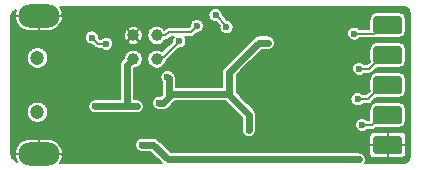
<source format=gbl>
G04 #@! TF.GenerationSoftware,KiCad,Pcbnew,5.0.0-rc1-44a33f2~62~ubuntu16.04.1*
G04 #@! TF.CreationDate,2018-03-27T11:25:49+02:00*
G04 #@! TF.ProjectId,ubmp_v1,75626D705F76312E6B696361645F7063,rev?*
G04 #@! TF.SameCoordinates,Original*
G04 #@! TF.FileFunction,Copper,L2,Bot,Signal*
G04 #@! TF.FilePolarity,Positive*
%FSLAX46Y46*%
G04 Gerber Fmt 4.6, Leading zero omitted, Abs format (unit mm)*
G04 Created by KiCad (PCBNEW 5.0.0-rc1-44a33f2~62~ubuntu16.04.1) date Tue Mar 27 11:25:49 2018*
%MOMM*%
%LPD*%
G01*
G04 APERTURE LIST*
%ADD10C,1.200000*%
%ADD11O,3.500000X2.000000*%
%ADD12C,0.100000*%
%ADD13C,1.600000*%
%ADD14C,1.000000*%
%ADD15C,0.600000*%
%ADD16C,0.600000*%
%ADD17C,0.200000*%
G04 APERTURE END LIST*
D10*
X87600000Y-103700000D03*
X87600000Y-108300000D03*
D11*
X87700000Y-111850000D03*
X87700000Y-100150000D03*
D12*
G36*
X118139207Y-110281926D02*
X118178036Y-110287686D01*
X118216114Y-110297224D01*
X118253073Y-110310448D01*
X118288559Y-110327231D01*
X118322228Y-110347412D01*
X118353757Y-110370796D01*
X118382843Y-110397157D01*
X118409204Y-110426243D01*
X118432588Y-110457772D01*
X118452769Y-110491441D01*
X118469552Y-110526927D01*
X118482776Y-110563886D01*
X118492314Y-110601964D01*
X118498074Y-110640793D01*
X118500000Y-110680000D01*
X118500000Y-111480000D01*
X118498074Y-111519207D01*
X118492314Y-111558036D01*
X118482776Y-111596114D01*
X118469552Y-111633073D01*
X118452769Y-111668559D01*
X118432588Y-111702228D01*
X118409204Y-111733757D01*
X118382843Y-111762843D01*
X118353757Y-111789204D01*
X118322228Y-111812588D01*
X118288559Y-111832769D01*
X118253073Y-111849552D01*
X118216114Y-111862776D01*
X118178036Y-111872314D01*
X118139207Y-111878074D01*
X118100000Y-111880000D01*
X116400000Y-111880000D01*
X116360793Y-111878074D01*
X116321964Y-111872314D01*
X116283886Y-111862776D01*
X116246927Y-111849552D01*
X116211441Y-111832769D01*
X116177772Y-111812588D01*
X116146243Y-111789204D01*
X116117157Y-111762843D01*
X116090796Y-111733757D01*
X116067412Y-111702228D01*
X116047231Y-111668559D01*
X116030448Y-111633073D01*
X116017224Y-111596114D01*
X116007686Y-111558036D01*
X116001926Y-111519207D01*
X116000000Y-111480000D01*
X116000000Y-110680000D01*
X116001926Y-110640793D01*
X116007686Y-110601964D01*
X116017224Y-110563886D01*
X116030448Y-110526927D01*
X116047231Y-110491441D01*
X116067412Y-110457772D01*
X116090796Y-110426243D01*
X116117157Y-110397157D01*
X116146243Y-110370796D01*
X116177772Y-110347412D01*
X116211441Y-110327231D01*
X116246927Y-110310448D01*
X116283886Y-110297224D01*
X116321964Y-110287686D01*
X116360793Y-110281926D01*
X116400000Y-110280000D01*
X118100000Y-110280000D01*
X118139207Y-110281926D01*
X118139207Y-110281926D01*
G37*
D13*
X117250000Y-111080000D03*
D12*
G36*
X118139207Y-100121926D02*
X118178036Y-100127686D01*
X118216114Y-100137224D01*
X118253073Y-100150448D01*
X118288559Y-100167231D01*
X118322228Y-100187412D01*
X118353757Y-100210796D01*
X118382843Y-100237157D01*
X118409204Y-100266243D01*
X118432588Y-100297772D01*
X118452769Y-100331441D01*
X118469552Y-100366927D01*
X118482776Y-100403886D01*
X118492314Y-100441964D01*
X118498074Y-100480793D01*
X118500000Y-100520000D01*
X118500000Y-101320000D01*
X118498074Y-101359207D01*
X118492314Y-101398036D01*
X118482776Y-101436114D01*
X118469552Y-101473073D01*
X118452769Y-101508559D01*
X118432588Y-101542228D01*
X118409204Y-101573757D01*
X118382843Y-101602843D01*
X118353757Y-101629204D01*
X118322228Y-101652588D01*
X118288559Y-101672769D01*
X118253073Y-101689552D01*
X118216114Y-101702776D01*
X118178036Y-101712314D01*
X118139207Y-101718074D01*
X118100000Y-101720000D01*
X116400000Y-101720000D01*
X116360793Y-101718074D01*
X116321964Y-101712314D01*
X116283886Y-101702776D01*
X116246927Y-101689552D01*
X116211441Y-101672769D01*
X116177772Y-101652588D01*
X116146243Y-101629204D01*
X116117157Y-101602843D01*
X116090796Y-101573757D01*
X116067412Y-101542228D01*
X116047231Y-101508559D01*
X116030448Y-101473073D01*
X116017224Y-101436114D01*
X116007686Y-101398036D01*
X116001926Y-101359207D01*
X116000000Y-101320000D01*
X116000000Y-100520000D01*
X116001926Y-100480793D01*
X116007686Y-100441964D01*
X116017224Y-100403886D01*
X116030448Y-100366927D01*
X116047231Y-100331441D01*
X116067412Y-100297772D01*
X116090796Y-100266243D01*
X116117157Y-100237157D01*
X116146243Y-100210796D01*
X116177772Y-100187412D01*
X116211441Y-100167231D01*
X116246927Y-100150448D01*
X116283886Y-100137224D01*
X116321964Y-100127686D01*
X116360793Y-100121926D01*
X116400000Y-100120000D01*
X118100000Y-100120000D01*
X118139207Y-100121926D01*
X118139207Y-100121926D01*
G37*
D13*
X117250000Y-100920000D03*
D12*
G36*
X118139207Y-105201926D02*
X118178036Y-105207686D01*
X118216114Y-105217224D01*
X118253073Y-105230448D01*
X118288559Y-105247231D01*
X118322228Y-105267412D01*
X118353757Y-105290796D01*
X118382843Y-105317157D01*
X118409204Y-105346243D01*
X118432588Y-105377772D01*
X118452769Y-105411441D01*
X118469552Y-105446927D01*
X118482776Y-105483886D01*
X118492314Y-105521964D01*
X118498074Y-105560793D01*
X118500000Y-105600000D01*
X118500000Y-106400000D01*
X118498074Y-106439207D01*
X118492314Y-106478036D01*
X118482776Y-106516114D01*
X118469552Y-106553073D01*
X118452769Y-106588559D01*
X118432588Y-106622228D01*
X118409204Y-106653757D01*
X118382843Y-106682843D01*
X118353757Y-106709204D01*
X118322228Y-106732588D01*
X118288559Y-106752769D01*
X118253073Y-106769552D01*
X118216114Y-106782776D01*
X118178036Y-106792314D01*
X118139207Y-106798074D01*
X118100000Y-106800000D01*
X116400000Y-106800000D01*
X116360793Y-106798074D01*
X116321964Y-106792314D01*
X116283886Y-106782776D01*
X116246927Y-106769552D01*
X116211441Y-106752769D01*
X116177772Y-106732588D01*
X116146243Y-106709204D01*
X116117157Y-106682843D01*
X116090796Y-106653757D01*
X116067412Y-106622228D01*
X116047231Y-106588559D01*
X116030448Y-106553073D01*
X116017224Y-106516114D01*
X116007686Y-106478036D01*
X116001926Y-106439207D01*
X116000000Y-106400000D01*
X116000000Y-105600000D01*
X116001926Y-105560793D01*
X116007686Y-105521964D01*
X116017224Y-105483886D01*
X116030448Y-105446927D01*
X116047231Y-105411441D01*
X116067412Y-105377772D01*
X116090796Y-105346243D01*
X116117157Y-105317157D01*
X116146243Y-105290796D01*
X116177772Y-105267412D01*
X116211441Y-105247231D01*
X116246927Y-105230448D01*
X116283886Y-105217224D01*
X116321964Y-105207686D01*
X116360793Y-105201926D01*
X116400000Y-105200000D01*
X118100000Y-105200000D01*
X118139207Y-105201926D01*
X118139207Y-105201926D01*
G37*
D13*
X117250000Y-106000000D03*
D12*
G36*
X118139207Y-102661926D02*
X118178036Y-102667686D01*
X118216114Y-102677224D01*
X118253073Y-102690448D01*
X118288559Y-102707231D01*
X118322228Y-102727412D01*
X118353757Y-102750796D01*
X118382843Y-102777157D01*
X118409204Y-102806243D01*
X118432588Y-102837772D01*
X118452769Y-102871441D01*
X118469552Y-102906927D01*
X118482776Y-102943886D01*
X118492314Y-102981964D01*
X118498074Y-103020793D01*
X118500000Y-103060000D01*
X118500000Y-103860000D01*
X118498074Y-103899207D01*
X118492314Y-103938036D01*
X118482776Y-103976114D01*
X118469552Y-104013073D01*
X118452769Y-104048559D01*
X118432588Y-104082228D01*
X118409204Y-104113757D01*
X118382843Y-104142843D01*
X118353757Y-104169204D01*
X118322228Y-104192588D01*
X118288559Y-104212769D01*
X118253073Y-104229552D01*
X118216114Y-104242776D01*
X118178036Y-104252314D01*
X118139207Y-104258074D01*
X118100000Y-104260000D01*
X116400000Y-104260000D01*
X116360793Y-104258074D01*
X116321964Y-104252314D01*
X116283886Y-104242776D01*
X116246927Y-104229552D01*
X116211441Y-104212769D01*
X116177772Y-104192588D01*
X116146243Y-104169204D01*
X116117157Y-104142843D01*
X116090796Y-104113757D01*
X116067412Y-104082228D01*
X116047231Y-104048559D01*
X116030448Y-104013073D01*
X116017224Y-103976114D01*
X116007686Y-103938036D01*
X116001926Y-103899207D01*
X116000000Y-103860000D01*
X116000000Y-103060000D01*
X116001926Y-103020793D01*
X116007686Y-102981964D01*
X116017224Y-102943886D01*
X116030448Y-102906927D01*
X116047231Y-102871441D01*
X116067412Y-102837772D01*
X116090796Y-102806243D01*
X116117157Y-102777157D01*
X116146243Y-102750796D01*
X116177772Y-102727412D01*
X116211441Y-102707231D01*
X116246927Y-102690448D01*
X116283886Y-102677224D01*
X116321964Y-102667686D01*
X116360793Y-102661926D01*
X116400000Y-102660000D01*
X118100000Y-102660000D01*
X118139207Y-102661926D01*
X118139207Y-102661926D01*
G37*
D13*
X117250000Y-103460000D03*
D12*
G36*
X118139207Y-107741926D02*
X118178036Y-107747686D01*
X118216114Y-107757224D01*
X118253073Y-107770448D01*
X118288559Y-107787231D01*
X118322228Y-107807412D01*
X118353757Y-107830796D01*
X118382843Y-107857157D01*
X118409204Y-107886243D01*
X118432588Y-107917772D01*
X118452769Y-107951441D01*
X118469552Y-107986927D01*
X118482776Y-108023886D01*
X118492314Y-108061964D01*
X118498074Y-108100793D01*
X118500000Y-108140000D01*
X118500000Y-108940000D01*
X118498074Y-108979207D01*
X118492314Y-109018036D01*
X118482776Y-109056114D01*
X118469552Y-109093073D01*
X118452769Y-109128559D01*
X118432588Y-109162228D01*
X118409204Y-109193757D01*
X118382843Y-109222843D01*
X118353757Y-109249204D01*
X118322228Y-109272588D01*
X118288559Y-109292769D01*
X118253073Y-109309552D01*
X118216114Y-109322776D01*
X118178036Y-109332314D01*
X118139207Y-109338074D01*
X118100000Y-109340000D01*
X116400000Y-109340000D01*
X116360793Y-109338074D01*
X116321964Y-109332314D01*
X116283886Y-109322776D01*
X116246927Y-109309552D01*
X116211441Y-109292769D01*
X116177772Y-109272588D01*
X116146243Y-109249204D01*
X116117157Y-109222843D01*
X116090796Y-109193757D01*
X116067412Y-109162228D01*
X116047231Y-109128559D01*
X116030448Y-109093073D01*
X116017224Y-109056114D01*
X116007686Y-109018036D01*
X116001926Y-108979207D01*
X116000000Y-108940000D01*
X116000000Y-108140000D01*
X116001926Y-108100793D01*
X116007686Y-108061964D01*
X116017224Y-108023886D01*
X116030448Y-107986927D01*
X116047231Y-107951441D01*
X116067412Y-107917772D01*
X116090796Y-107886243D01*
X116117157Y-107857157D01*
X116146243Y-107830796D01*
X116177772Y-107807412D01*
X116211441Y-107787231D01*
X116246927Y-107770448D01*
X116283886Y-107757224D01*
X116321964Y-107747686D01*
X116360793Y-107741926D01*
X116400000Y-107740000D01*
X118100000Y-107740000D01*
X118139207Y-107741926D01*
X118139207Y-107741926D01*
G37*
D13*
X117250000Y-108540000D03*
D14*
X97700000Y-101800000D03*
X97700000Y-103800000D03*
X95700000Y-101800000D03*
X95700000Y-103800000D03*
D15*
X105500000Y-109800000D03*
X107100000Y-102400000D03*
X100200000Y-100900021D03*
X110500000Y-103500000D03*
X107200000Y-111500000D03*
X115400000Y-111250000D03*
X105100000Y-111400000D03*
X110547156Y-106812820D03*
X110874252Y-108730100D03*
X103600000Y-99700000D03*
X94675000Y-112075000D03*
X105250000Y-105500000D03*
X100750000Y-105500000D03*
X103000000Y-107750000D03*
X103000000Y-103250000D03*
X103000000Y-105500000D03*
X97900000Y-107499998D03*
X98600000Y-105300000D03*
X96000000Y-109400000D03*
X118800000Y-99700000D03*
X118800000Y-104800000D03*
X118800000Y-107200000D03*
X118800000Y-112300000D03*
X107150000Y-99650000D03*
X91300000Y-108400000D03*
X91300000Y-110700000D03*
X98800000Y-108900000D03*
X107400000Y-104400000D03*
X112000000Y-100700000D03*
X118800000Y-109800000D03*
X118800000Y-102100000D03*
X92800000Y-101100000D03*
X97100000Y-107400000D03*
X94200000Y-106600000D03*
X94700000Y-102800000D03*
X92200000Y-100400000D03*
X97150000Y-111950000D03*
X96000000Y-107800000D03*
X92200000Y-101975000D03*
X103600000Y-101100000D03*
X102678530Y-100072946D03*
X96449996Y-111050000D03*
X114800000Y-112300000D03*
X92500000Y-107800000D03*
X93414403Y-102508875D03*
X101100000Y-101000004D03*
X99600000Y-102300024D03*
X114400000Y-101650000D03*
X115075735Y-109375735D03*
X114825735Y-104625735D03*
X114700000Y-107200000D03*
D16*
X105500000Y-109375736D02*
X105500000Y-109800000D01*
X105500000Y-108500000D02*
X105500000Y-109375736D01*
X103750000Y-106750000D02*
X105500000Y-108500000D01*
X103850000Y-106650000D02*
X103850000Y-104900000D01*
X103750000Y-106750000D02*
X103850000Y-106650000D01*
X103850000Y-104900000D02*
X106350000Y-102400000D01*
X106350000Y-102400000D02*
X107100000Y-102400000D01*
X98700000Y-105400000D02*
X98700000Y-107050000D01*
X98600000Y-105300000D02*
X98700000Y-105400000D01*
X98700000Y-107050000D02*
X98250002Y-107499998D01*
X99000000Y-106750000D02*
X103750000Y-106750000D01*
X98250002Y-107499998D02*
X99000000Y-106750000D01*
X98250002Y-107499998D02*
X97900000Y-107499998D01*
X98250002Y-107499998D02*
X98000000Y-107499998D01*
X98000000Y-107499998D02*
X97900000Y-107499998D01*
D17*
X95700000Y-101800000D02*
X94700000Y-102800000D01*
D16*
X92500000Y-107800000D02*
X95800000Y-107800000D01*
X95500000Y-107800000D02*
X95800000Y-107800000D01*
X95800000Y-107800000D02*
X96000000Y-107800000D01*
D17*
X92499999Y-102274999D02*
X92200000Y-101975000D01*
X93414403Y-102508875D02*
X92733875Y-102508875D01*
X92733875Y-102508875D02*
X92499999Y-102274999D01*
X98407106Y-101800000D02*
X97700000Y-101800000D01*
X101100000Y-101000004D02*
X100599982Y-101500022D01*
X100599982Y-101500022D02*
X98707084Y-101500022D01*
X98707084Y-101500022D02*
X98407106Y-101800000D01*
X103600000Y-100994416D02*
X103600000Y-101100000D01*
X102678530Y-100072946D02*
X103600000Y-100994416D01*
D16*
X97400000Y-111050000D02*
X96874260Y-111050000D01*
X96874260Y-111050000D02*
X96449996Y-111050000D01*
X98650000Y-112300000D02*
X97400000Y-111050000D01*
X114800000Y-112300000D02*
X98650000Y-112300000D01*
X95700000Y-103800000D02*
X95200001Y-104299999D01*
X95200001Y-104299999D02*
X95200001Y-107799999D01*
X95200001Y-107799999D02*
X95200000Y-107800000D01*
D17*
X98300025Y-103599999D02*
X99300001Y-102600023D01*
X97700000Y-103599999D02*
X98300025Y-103599999D01*
X99300001Y-102600023D02*
X99600000Y-102300024D01*
X116050000Y-101650000D02*
X116780000Y-100920000D01*
X114400000Y-101650000D02*
X116050000Y-101650000D01*
X116780000Y-100920000D02*
X117250000Y-100920000D01*
X115924265Y-109375735D02*
X116760000Y-108540000D01*
X115075735Y-109375735D02*
X115924265Y-109375735D01*
X116760000Y-108540000D02*
X117250000Y-108540000D01*
X115674265Y-104625735D02*
X116840000Y-103460000D01*
X114825735Y-104625735D02*
X115674265Y-104625735D01*
X116840000Y-103460000D02*
X117250000Y-103460000D01*
X115600000Y-107200000D02*
X116800000Y-106000000D01*
X114700000Y-107200000D02*
X115600000Y-107200000D01*
X116800000Y-106000000D02*
X117250000Y-106000000D01*
G36*
X118621045Y-99388667D02*
X118737483Y-99423821D01*
X118844876Y-99480923D01*
X118939128Y-99557793D01*
X119016657Y-99651508D01*
X119074507Y-99758501D01*
X119110472Y-99874688D01*
X119125001Y-100012914D01*
X119125000Y-111981663D01*
X119111333Y-112121044D01*
X119076178Y-112237485D01*
X119019077Y-112344876D01*
X118942207Y-112439128D01*
X118848488Y-112516659D01*
X118741498Y-112574508D01*
X118625316Y-112610472D01*
X118487096Y-112625000D01*
X115306617Y-112625000D01*
X115315259Y-112608832D01*
X115331713Y-112584207D01*
X115343047Y-112556844D01*
X115357010Y-112530721D01*
X115365608Y-112502377D01*
X115376942Y-112475014D01*
X115382721Y-112445963D01*
X115391318Y-112417621D01*
X115394221Y-112388148D01*
X115400000Y-112359095D01*
X115400000Y-112329474D01*
X115402903Y-112300000D01*
X115400000Y-112270526D01*
X115400000Y-112240905D01*
X115394221Y-112211852D01*
X115391318Y-112182379D01*
X115382721Y-112154037D01*
X115376942Y-112124986D01*
X115365608Y-112097623D01*
X115357010Y-112069279D01*
X115343047Y-112043156D01*
X115331713Y-112015793D01*
X115315259Y-111991168D01*
X115301296Y-111965045D01*
X115282504Y-111942147D01*
X115266050Y-111917522D01*
X115245109Y-111896581D01*
X115226317Y-111873683D01*
X115203419Y-111854891D01*
X115182478Y-111833950D01*
X115157853Y-111817496D01*
X115134955Y-111798704D01*
X115108832Y-111784741D01*
X115084207Y-111768287D01*
X115056844Y-111756953D01*
X115030721Y-111742990D01*
X115002377Y-111734392D01*
X114975014Y-111723058D01*
X114945963Y-111717279D01*
X114917621Y-111708682D01*
X114888148Y-111705779D01*
X114859095Y-111700000D01*
X98898528Y-111700000D01*
X98358528Y-111160000D01*
X115700000Y-111160000D01*
X115700000Y-111909547D01*
X115711529Y-111967506D01*
X115734143Y-112022103D01*
X115766975Y-112071239D01*
X115808761Y-112113025D01*
X115857896Y-112145856D01*
X115912493Y-112168471D01*
X115970452Y-112180000D01*
X117170000Y-112180000D01*
X117245000Y-112105000D01*
X117245000Y-111085000D01*
X117255000Y-111085000D01*
X117255000Y-112105000D01*
X117330000Y-112180000D01*
X118529548Y-112180000D01*
X118587507Y-112168471D01*
X118642104Y-112145856D01*
X118691239Y-112113025D01*
X118733025Y-112071239D01*
X118765857Y-112022103D01*
X118788471Y-111967506D01*
X118800000Y-111909547D01*
X118800000Y-111160000D01*
X118725000Y-111085000D01*
X117255000Y-111085000D01*
X117245000Y-111085000D01*
X115775000Y-111085000D01*
X115700000Y-111160000D01*
X98358528Y-111160000D01*
X97845113Y-110646586D01*
X97826317Y-110623683D01*
X97734955Y-110548704D01*
X97630721Y-110492990D01*
X97517621Y-110458682D01*
X97429474Y-110450000D01*
X97400000Y-110447097D01*
X97370526Y-110450000D01*
X96390901Y-110450000D01*
X96361848Y-110455779D01*
X96332375Y-110458682D01*
X96304033Y-110467279D01*
X96274982Y-110473058D01*
X96247619Y-110484392D01*
X96219275Y-110492990D01*
X96193152Y-110506953D01*
X96165789Y-110518287D01*
X96141164Y-110534741D01*
X96115041Y-110548704D01*
X96092143Y-110567496D01*
X96067518Y-110583950D01*
X96046577Y-110604891D01*
X96023679Y-110623683D01*
X96004887Y-110646581D01*
X95983946Y-110667522D01*
X95967492Y-110692147D01*
X95948700Y-110715045D01*
X95934737Y-110741168D01*
X95918283Y-110765793D01*
X95906949Y-110793156D01*
X95892986Y-110819279D01*
X95884388Y-110847623D01*
X95873054Y-110874986D01*
X95867275Y-110904037D01*
X95858678Y-110932379D01*
X95855775Y-110961852D01*
X95849996Y-110990905D01*
X95849996Y-111020526D01*
X95847093Y-111050000D01*
X95849996Y-111079474D01*
X95849996Y-111109095D01*
X95855775Y-111138148D01*
X95858678Y-111167621D01*
X95867275Y-111195963D01*
X95873054Y-111225014D01*
X95884388Y-111252377D01*
X95892986Y-111280721D01*
X95906949Y-111306844D01*
X95918283Y-111334207D01*
X95934737Y-111358832D01*
X95948700Y-111384955D01*
X95967492Y-111407853D01*
X95983946Y-111432478D01*
X96004887Y-111453419D01*
X96023679Y-111476317D01*
X96046577Y-111495109D01*
X96067518Y-111516050D01*
X96092143Y-111532504D01*
X96115041Y-111551296D01*
X96141164Y-111565259D01*
X96165789Y-111581713D01*
X96193152Y-111593047D01*
X96219275Y-111607010D01*
X96247619Y-111615608D01*
X96274982Y-111626942D01*
X96304033Y-111632721D01*
X96332375Y-111641318D01*
X96361848Y-111644221D01*
X96390901Y-111650000D01*
X97151473Y-111650000D01*
X98126472Y-112625000D01*
X89487344Y-112625000D01*
X89533688Y-112568085D01*
X89652957Y-112342870D01*
X89725997Y-112098714D01*
X89733203Y-112058302D01*
X89674990Y-111855000D01*
X87705000Y-111855000D01*
X87705000Y-111875000D01*
X87695000Y-111875000D01*
X87695000Y-111855000D01*
X85725010Y-111855000D01*
X85666797Y-112058302D01*
X85674003Y-112098714D01*
X85747043Y-112342870D01*
X85853954Y-112544749D01*
X85849001Y-112542596D01*
X85491060Y-112214482D01*
X85448655Y-112137667D01*
X85403594Y-112010418D01*
X85378768Y-111871043D01*
X85375000Y-111791155D01*
X85375000Y-111641698D01*
X85666797Y-111641698D01*
X85725010Y-111845000D01*
X87695000Y-111845000D01*
X87695000Y-110550000D01*
X87705000Y-110550000D01*
X87705000Y-111845000D01*
X89674990Y-111845000D01*
X89733203Y-111641698D01*
X89725997Y-111601286D01*
X89652957Y-111357130D01*
X89533688Y-111131915D01*
X89372774Y-110934296D01*
X89176398Y-110771867D01*
X88952107Y-110650870D01*
X88708521Y-110575955D01*
X88455000Y-110550000D01*
X87705000Y-110550000D01*
X87695000Y-110550000D01*
X86945000Y-110550000D01*
X86691479Y-110575955D01*
X86447893Y-110650870D01*
X86223602Y-110771867D01*
X86027226Y-110934296D01*
X85866312Y-111131915D01*
X85747043Y-111357130D01*
X85674003Y-111601286D01*
X85666797Y-111641698D01*
X85375000Y-111641698D01*
X85375000Y-108211358D01*
X86700000Y-108211358D01*
X86700000Y-108388642D01*
X86734586Y-108562520D01*
X86802430Y-108726310D01*
X86900924Y-108873717D01*
X87026283Y-108999076D01*
X87173690Y-109097570D01*
X87337480Y-109165414D01*
X87511358Y-109200000D01*
X87688642Y-109200000D01*
X87862520Y-109165414D01*
X88026310Y-109097570D01*
X88173717Y-108999076D01*
X88299076Y-108873717D01*
X88397570Y-108726310D01*
X88465414Y-108562520D01*
X88500000Y-108388642D01*
X88500000Y-108211358D01*
X88465414Y-108037480D01*
X88397570Y-107873690D01*
X88348333Y-107800000D01*
X91897097Y-107800000D01*
X91900000Y-107829473D01*
X91900000Y-107859095D01*
X91905779Y-107888148D01*
X91908682Y-107917621D01*
X91917279Y-107945963D01*
X91923058Y-107975014D01*
X91934392Y-108002377D01*
X91942990Y-108030721D01*
X91956953Y-108056844D01*
X91968287Y-108084207D01*
X91984741Y-108108832D01*
X91998704Y-108134955D01*
X92017496Y-108157853D01*
X92033950Y-108182478D01*
X92054891Y-108203419D01*
X92073683Y-108226317D01*
X92096581Y-108245109D01*
X92117522Y-108266050D01*
X92142147Y-108282504D01*
X92165045Y-108301296D01*
X92191168Y-108315259D01*
X92215793Y-108331713D01*
X92243156Y-108343047D01*
X92269279Y-108357010D01*
X92297623Y-108365608D01*
X92324986Y-108376942D01*
X92354037Y-108382721D01*
X92382379Y-108391318D01*
X92411852Y-108394221D01*
X92440905Y-108400000D01*
X95170526Y-108400000D01*
X95200000Y-108402903D01*
X95229474Y-108400000D01*
X96059095Y-108400000D01*
X96088148Y-108394221D01*
X96117621Y-108391318D01*
X96145963Y-108382721D01*
X96175014Y-108376942D01*
X96202377Y-108365608D01*
X96230721Y-108357010D01*
X96256844Y-108343047D01*
X96284207Y-108331713D01*
X96308832Y-108315259D01*
X96334955Y-108301296D01*
X96357853Y-108282504D01*
X96382478Y-108266050D01*
X96403419Y-108245109D01*
X96426317Y-108226317D01*
X96445109Y-108203419D01*
X96466050Y-108182478D01*
X96482504Y-108157853D01*
X96501296Y-108134955D01*
X96515259Y-108108832D01*
X96531713Y-108084207D01*
X96543047Y-108056844D01*
X96557010Y-108030721D01*
X96565608Y-108002377D01*
X96576942Y-107975014D01*
X96582721Y-107945963D01*
X96591318Y-107917621D01*
X96594221Y-107888148D01*
X96600000Y-107859095D01*
X96600000Y-107829473D01*
X96602903Y-107800000D01*
X96600000Y-107770526D01*
X96600000Y-107740905D01*
X96594221Y-107711852D01*
X96591318Y-107682379D01*
X96582721Y-107654037D01*
X96576942Y-107624986D01*
X96565608Y-107597623D01*
X96557010Y-107569279D01*
X96543047Y-107543156D01*
X96531713Y-107515793D01*
X96521160Y-107499998D01*
X97297097Y-107499998D01*
X97300000Y-107529472D01*
X97300000Y-107559093D01*
X97305779Y-107588146D01*
X97308682Y-107617619D01*
X97317279Y-107645961D01*
X97323058Y-107675012D01*
X97334392Y-107702375D01*
X97342990Y-107730719D01*
X97356953Y-107756842D01*
X97368287Y-107784205D01*
X97384741Y-107808830D01*
X97398704Y-107834953D01*
X97417496Y-107857851D01*
X97433950Y-107882476D01*
X97454891Y-107903417D01*
X97473683Y-107926315D01*
X97496581Y-107945107D01*
X97517522Y-107966048D01*
X97542147Y-107982502D01*
X97565045Y-108001294D01*
X97591168Y-108015257D01*
X97615793Y-108031711D01*
X97643156Y-108043045D01*
X97669279Y-108057008D01*
X97697623Y-108065606D01*
X97724986Y-108076940D01*
X97754037Y-108082719D01*
X97782379Y-108091316D01*
X97811852Y-108094219D01*
X97840905Y-108099998D01*
X98220528Y-108099998D01*
X98250002Y-108102901D01*
X98279476Y-108099998D01*
X98367623Y-108091316D01*
X98480723Y-108057008D01*
X98584957Y-108001294D01*
X98676319Y-107926315D01*
X98695115Y-107903412D01*
X99103420Y-107495108D01*
X99126317Y-107476317D01*
X99145108Y-107453421D01*
X99248529Y-107350000D01*
X103501473Y-107350000D01*
X104900000Y-108748528D01*
X104900000Y-109859095D01*
X104905779Y-109888148D01*
X104908682Y-109917621D01*
X104917279Y-109945963D01*
X104923058Y-109975014D01*
X104934392Y-110002377D01*
X104942990Y-110030721D01*
X104956952Y-110056842D01*
X104968287Y-110084207D01*
X104984745Y-110108838D01*
X104998705Y-110134955D01*
X105017492Y-110157847D01*
X105033950Y-110182478D01*
X105054897Y-110203425D01*
X105073684Y-110226317D01*
X105096576Y-110245104D01*
X105117522Y-110266050D01*
X105142152Y-110282507D01*
X105165046Y-110301296D01*
X105191164Y-110315256D01*
X105215793Y-110331713D01*
X105243161Y-110343049D01*
X105269280Y-110357010D01*
X105297620Y-110365607D01*
X105324986Y-110376942D01*
X105354040Y-110382721D01*
X105382380Y-110391318D01*
X105411851Y-110394221D01*
X105440905Y-110400000D01*
X105470526Y-110400000D01*
X105500000Y-110402903D01*
X105529474Y-110400000D01*
X105559095Y-110400000D01*
X105588148Y-110394221D01*
X105617621Y-110391318D01*
X105645963Y-110382721D01*
X105675014Y-110376942D01*
X105702377Y-110365608D01*
X105730721Y-110357010D01*
X105756844Y-110343047D01*
X105784207Y-110331713D01*
X105808832Y-110315259D01*
X105834955Y-110301296D01*
X105857853Y-110282504D01*
X105882478Y-110266050D01*
X105898075Y-110250453D01*
X115700000Y-110250453D01*
X115700000Y-111000000D01*
X115775000Y-111075000D01*
X117245000Y-111075000D01*
X117245000Y-110055000D01*
X117255000Y-110055000D01*
X117255000Y-111075000D01*
X118725000Y-111075000D01*
X118800000Y-111000000D01*
X118800000Y-110250453D01*
X118788471Y-110192494D01*
X118765857Y-110137897D01*
X118733025Y-110088761D01*
X118691239Y-110046975D01*
X118642104Y-110014144D01*
X118587507Y-109991529D01*
X118529548Y-109980000D01*
X117330000Y-109980000D01*
X117255000Y-110055000D01*
X117245000Y-110055000D01*
X117170000Y-109980000D01*
X115970452Y-109980000D01*
X115912493Y-109991529D01*
X115857896Y-110014144D01*
X115808761Y-110046975D01*
X115766975Y-110088761D01*
X115734143Y-110137897D01*
X115711529Y-110192494D01*
X115700000Y-110250453D01*
X105898075Y-110250453D01*
X105903419Y-110245109D01*
X105926317Y-110226317D01*
X105945109Y-110203419D01*
X105966050Y-110182478D01*
X105982504Y-110157853D01*
X106001296Y-110134955D01*
X106015259Y-110108832D01*
X106031713Y-110084207D01*
X106043047Y-110056844D01*
X106057010Y-110030721D01*
X106065608Y-110002377D01*
X106076942Y-109975014D01*
X106082721Y-109945963D01*
X106091318Y-109917621D01*
X106094221Y-109888148D01*
X106100000Y-109859095D01*
X106100000Y-109316640D01*
X114475735Y-109316640D01*
X114475735Y-109434830D01*
X114498793Y-109550749D01*
X114544022Y-109659942D01*
X114609685Y-109758213D01*
X114693257Y-109841785D01*
X114791528Y-109907448D01*
X114900721Y-109952677D01*
X115016640Y-109975735D01*
X115134830Y-109975735D01*
X115250749Y-109952677D01*
X115359942Y-109907448D01*
X115458213Y-109841785D01*
X115524263Y-109775735D01*
X115904619Y-109775735D01*
X115924265Y-109777670D01*
X115943911Y-109775735D01*
X115943912Y-109775735D01*
X116002679Y-109769947D01*
X116078079Y-109747075D01*
X116147568Y-109709932D01*
X116208476Y-109659946D01*
X116221002Y-109644683D01*
X116243634Y-109622052D01*
X116263154Y-109627973D01*
X116400000Y-109641451D01*
X118100000Y-109641451D01*
X118236846Y-109627973D01*
X118368434Y-109588056D01*
X118489705Y-109523235D01*
X118596001Y-109436001D01*
X118683235Y-109329705D01*
X118748056Y-109208434D01*
X118787973Y-109076846D01*
X118801451Y-108940000D01*
X118801451Y-108140000D01*
X118787973Y-108003154D01*
X118748056Y-107871566D01*
X118683235Y-107750295D01*
X118596001Y-107643999D01*
X118489705Y-107556765D01*
X118368434Y-107491944D01*
X118236846Y-107452027D01*
X118100000Y-107438549D01*
X116400000Y-107438549D01*
X116263154Y-107452027D01*
X116131566Y-107491944D01*
X116010295Y-107556765D01*
X115903999Y-107643999D01*
X115816765Y-107750295D01*
X115751944Y-107871566D01*
X115712027Y-108003154D01*
X115698549Y-108140000D01*
X115698549Y-108940000D01*
X115702069Y-108975735D01*
X115524263Y-108975735D01*
X115458213Y-108909685D01*
X115359942Y-108844022D01*
X115250749Y-108798793D01*
X115134830Y-108775735D01*
X115016640Y-108775735D01*
X114900721Y-108798793D01*
X114791528Y-108844022D01*
X114693257Y-108909685D01*
X114609685Y-108993257D01*
X114544022Y-109091528D01*
X114498793Y-109200721D01*
X114475735Y-109316640D01*
X106100000Y-109316640D01*
X106100000Y-108529474D01*
X106102903Y-108500000D01*
X106093340Y-108402903D01*
X106091318Y-108382379D01*
X106057010Y-108269279D01*
X106001296Y-108165045D01*
X105926317Y-108073683D01*
X105903420Y-108054892D01*
X104989433Y-107140905D01*
X114100000Y-107140905D01*
X114100000Y-107259095D01*
X114123058Y-107375014D01*
X114168287Y-107484207D01*
X114233950Y-107582478D01*
X114317522Y-107666050D01*
X114415793Y-107731713D01*
X114524986Y-107776942D01*
X114640905Y-107800000D01*
X114759095Y-107800000D01*
X114875014Y-107776942D01*
X114984207Y-107731713D01*
X115082478Y-107666050D01*
X115148528Y-107600000D01*
X115580354Y-107600000D01*
X115600000Y-107601935D01*
X115619646Y-107600000D01*
X115619647Y-107600000D01*
X115678414Y-107594212D01*
X115753814Y-107571340D01*
X115823303Y-107534197D01*
X115884211Y-107484211D01*
X115896737Y-107468948D01*
X116276407Y-107089278D01*
X116400000Y-107101451D01*
X118100000Y-107101451D01*
X118236846Y-107087973D01*
X118368434Y-107048056D01*
X118489705Y-106983235D01*
X118596001Y-106896001D01*
X118683235Y-106789705D01*
X118748056Y-106668434D01*
X118787973Y-106536846D01*
X118801451Y-106400000D01*
X118801451Y-105600000D01*
X118787973Y-105463154D01*
X118748056Y-105331566D01*
X118683235Y-105210295D01*
X118596001Y-105103999D01*
X118489705Y-105016765D01*
X118368434Y-104951944D01*
X118236846Y-104912027D01*
X118100000Y-104898549D01*
X116400000Y-104898549D01*
X116263154Y-104912027D01*
X116131566Y-104951944D01*
X116010295Y-105016765D01*
X115903999Y-105103999D01*
X115816765Y-105210295D01*
X115751944Y-105331566D01*
X115712027Y-105463154D01*
X115698549Y-105600000D01*
X115698549Y-106400000D01*
X115710722Y-106523593D01*
X115434315Y-106800000D01*
X115148528Y-106800000D01*
X115082478Y-106733950D01*
X114984207Y-106668287D01*
X114875014Y-106623058D01*
X114759095Y-106600000D01*
X114640905Y-106600000D01*
X114524986Y-106623058D01*
X114415793Y-106668287D01*
X114317522Y-106733950D01*
X114233950Y-106817522D01*
X114168287Y-106915793D01*
X114123058Y-107024986D01*
X114100000Y-107140905D01*
X104989433Y-107140905D01*
X104450000Y-106601473D01*
X104450000Y-105148527D01*
X105031887Y-104566640D01*
X114225735Y-104566640D01*
X114225735Y-104684830D01*
X114248793Y-104800749D01*
X114294022Y-104909942D01*
X114359685Y-105008213D01*
X114443257Y-105091785D01*
X114541528Y-105157448D01*
X114650721Y-105202677D01*
X114766640Y-105225735D01*
X114884830Y-105225735D01*
X115000749Y-105202677D01*
X115109942Y-105157448D01*
X115208213Y-105091785D01*
X115274263Y-105025735D01*
X115654619Y-105025735D01*
X115674265Y-105027670D01*
X115693911Y-105025735D01*
X115693912Y-105025735D01*
X115752679Y-105019947D01*
X115828079Y-104997075D01*
X115897568Y-104959932D01*
X115958476Y-104909946D01*
X115971002Y-104894683D01*
X116312821Y-104552865D01*
X116400000Y-104561451D01*
X118100000Y-104561451D01*
X118236846Y-104547973D01*
X118368434Y-104508056D01*
X118489705Y-104443235D01*
X118596001Y-104356001D01*
X118683235Y-104249705D01*
X118748056Y-104128434D01*
X118787973Y-103996846D01*
X118801451Y-103860000D01*
X118801451Y-103060000D01*
X118787973Y-102923154D01*
X118748056Y-102791566D01*
X118683235Y-102670295D01*
X118596001Y-102563999D01*
X118489705Y-102476765D01*
X118368434Y-102411944D01*
X118236846Y-102372027D01*
X118100000Y-102358549D01*
X116400000Y-102358549D01*
X116263154Y-102372027D01*
X116131566Y-102411944D01*
X116010295Y-102476765D01*
X115903999Y-102563999D01*
X115816765Y-102670295D01*
X115751944Y-102791566D01*
X115712027Y-102923154D01*
X115698549Y-103060000D01*
X115698549Y-103860000D01*
X115712027Y-103996846D01*
X115717948Y-104016366D01*
X115508580Y-104225735D01*
X115274263Y-104225735D01*
X115208213Y-104159685D01*
X115109942Y-104094022D01*
X115000749Y-104048793D01*
X114884830Y-104025735D01*
X114766640Y-104025735D01*
X114650721Y-104048793D01*
X114541528Y-104094022D01*
X114443257Y-104159685D01*
X114359685Y-104243257D01*
X114294022Y-104341528D01*
X114248793Y-104450721D01*
X114225735Y-104566640D01*
X105031887Y-104566640D01*
X106598528Y-103000000D01*
X107159095Y-103000000D01*
X107188148Y-102994221D01*
X107217621Y-102991318D01*
X107245963Y-102982721D01*
X107275014Y-102976942D01*
X107302377Y-102965608D01*
X107330721Y-102957010D01*
X107356844Y-102943047D01*
X107384207Y-102931713D01*
X107408832Y-102915259D01*
X107434955Y-102901296D01*
X107457853Y-102882504D01*
X107482478Y-102866050D01*
X107503419Y-102845109D01*
X107526317Y-102826317D01*
X107545109Y-102803419D01*
X107566050Y-102782478D01*
X107582504Y-102757853D01*
X107601296Y-102734955D01*
X107615259Y-102708832D01*
X107631713Y-102684207D01*
X107643047Y-102656844D01*
X107657010Y-102630721D01*
X107665608Y-102602377D01*
X107676942Y-102575014D01*
X107682721Y-102545963D01*
X107691318Y-102517621D01*
X107694221Y-102488148D01*
X107700000Y-102459095D01*
X107700000Y-102429474D01*
X107702903Y-102400000D01*
X107700000Y-102370526D01*
X107700000Y-102340905D01*
X107694221Y-102311852D01*
X107691318Y-102282379D01*
X107682721Y-102254037D01*
X107676942Y-102224986D01*
X107665608Y-102197623D01*
X107657010Y-102169279D01*
X107643047Y-102143156D01*
X107631713Y-102115793D01*
X107615259Y-102091168D01*
X107601296Y-102065045D01*
X107582504Y-102042147D01*
X107566050Y-102017522D01*
X107545109Y-101996581D01*
X107526317Y-101973683D01*
X107503419Y-101954891D01*
X107482478Y-101933950D01*
X107457853Y-101917496D01*
X107434955Y-101898704D01*
X107408832Y-101884741D01*
X107384207Y-101868287D01*
X107356844Y-101856953D01*
X107330721Y-101842990D01*
X107302377Y-101834392D01*
X107275014Y-101823058D01*
X107245963Y-101817279D01*
X107217621Y-101808682D01*
X107188148Y-101805779D01*
X107159095Y-101800000D01*
X106379474Y-101800000D01*
X106350000Y-101797097D01*
X106320526Y-101800000D01*
X106232379Y-101808682D01*
X106119279Y-101842990D01*
X106015045Y-101898704D01*
X105923683Y-101973683D01*
X105904891Y-101996581D01*
X103446582Y-104454891D01*
X103423684Y-104473683D01*
X103348705Y-104565045D01*
X103316266Y-104625735D01*
X103292991Y-104669279D01*
X103258682Y-104782380D01*
X103247097Y-104900000D01*
X103250001Y-104929483D01*
X103250000Y-106150000D01*
X99300000Y-106150000D01*
X99300000Y-105429473D01*
X99302903Y-105399999D01*
X99291318Y-105282379D01*
X99274135Y-105225735D01*
X99257010Y-105169279D01*
X99201296Y-105065045D01*
X99126317Y-104973683D01*
X99103419Y-104954891D01*
X99066051Y-104917524D01*
X99066050Y-104917522D01*
X98982478Y-104833950D01*
X98957842Y-104817489D01*
X98934954Y-104798705D01*
X98908843Y-104784748D01*
X98884207Y-104768287D01*
X98856834Y-104756949D01*
X98830721Y-104742991D01*
X98802384Y-104734395D01*
X98775014Y-104723058D01*
X98745958Y-104717278D01*
X98717620Y-104708682D01*
X98688149Y-104705779D01*
X98659095Y-104700000D01*
X98629474Y-104700000D01*
X98600000Y-104697097D01*
X98570526Y-104700000D01*
X98540905Y-104700000D01*
X98511851Y-104705779D01*
X98482380Y-104708682D01*
X98454042Y-104717278D01*
X98424986Y-104723058D01*
X98397616Y-104734395D01*
X98369279Y-104742991D01*
X98343166Y-104756949D01*
X98315793Y-104768287D01*
X98291157Y-104784748D01*
X98265046Y-104798705D01*
X98242159Y-104817488D01*
X98217522Y-104833950D01*
X98196571Y-104854901D01*
X98173684Y-104873684D01*
X98154901Y-104896571D01*
X98133950Y-104917522D01*
X98117488Y-104942159D01*
X98098705Y-104965046D01*
X98084748Y-104991157D01*
X98068287Y-105015793D01*
X98056949Y-105043166D01*
X98042991Y-105069279D01*
X98034395Y-105097616D01*
X98023058Y-105124986D01*
X98017278Y-105154042D01*
X98008682Y-105182380D01*
X98005779Y-105211851D01*
X98000000Y-105240905D01*
X98000000Y-105270526D01*
X97997097Y-105300000D01*
X98000000Y-105329474D01*
X98000000Y-105359095D01*
X98005779Y-105388149D01*
X98008682Y-105417620D01*
X98017278Y-105445958D01*
X98023058Y-105475014D01*
X98034395Y-105502384D01*
X98042991Y-105530721D01*
X98056949Y-105556834D01*
X98068287Y-105584207D01*
X98084748Y-105608843D01*
X98098705Y-105634954D01*
X98100000Y-105636532D01*
X98100001Y-106801471D01*
X98001475Y-106899998D01*
X97840905Y-106899998D01*
X97811852Y-106905777D01*
X97782379Y-106908680D01*
X97754037Y-106917277D01*
X97724986Y-106923056D01*
X97697623Y-106934390D01*
X97669279Y-106942988D01*
X97643156Y-106956951D01*
X97615793Y-106968285D01*
X97591168Y-106984739D01*
X97565045Y-106998702D01*
X97542147Y-107017494D01*
X97517522Y-107033948D01*
X97496581Y-107054889D01*
X97473683Y-107073681D01*
X97454894Y-107096576D01*
X97433950Y-107117520D01*
X97417496Y-107142145D01*
X97398704Y-107165043D01*
X97384741Y-107191166D01*
X97368287Y-107215791D01*
X97356953Y-107243154D01*
X97342990Y-107269277D01*
X97334392Y-107297621D01*
X97323058Y-107324984D01*
X97317279Y-107354035D01*
X97308682Y-107382377D01*
X97305779Y-107411850D01*
X97300000Y-107440903D01*
X97300000Y-107470524D01*
X97297097Y-107499998D01*
X96521160Y-107499998D01*
X96515259Y-107491168D01*
X96501296Y-107465045D01*
X96482504Y-107442147D01*
X96466050Y-107417522D01*
X96445106Y-107396578D01*
X96426317Y-107373683D01*
X96403419Y-107354891D01*
X96382478Y-107333950D01*
X96357853Y-107317496D01*
X96334955Y-107298704D01*
X96308832Y-107284741D01*
X96284207Y-107268287D01*
X96256844Y-107256953D01*
X96230721Y-107242990D01*
X96202377Y-107234392D01*
X96175014Y-107223058D01*
X96145963Y-107217279D01*
X96117621Y-107208682D01*
X96088148Y-107205779D01*
X96059095Y-107200000D01*
X95800001Y-107200000D01*
X95800001Y-104595782D01*
X95933351Y-104569257D01*
X96078942Y-104508951D01*
X96209970Y-104421401D01*
X96321401Y-104309970D01*
X96408951Y-104178942D01*
X96469257Y-104033351D01*
X96500000Y-103878793D01*
X96500000Y-103721207D01*
X96469257Y-103566649D01*
X96408951Y-103421058D01*
X96321401Y-103290030D01*
X96209970Y-103178599D01*
X96078942Y-103091049D01*
X95933351Y-103030743D01*
X95778793Y-103000000D01*
X95621207Y-103000000D01*
X95466649Y-103030743D01*
X95321058Y-103091049D01*
X95190030Y-103178599D01*
X95078599Y-103290030D01*
X94991049Y-103421058D01*
X94930743Y-103566649D01*
X94900000Y-103721207D01*
X94900000Y-103751472D01*
X94796586Y-103854886D01*
X94773684Y-103873682D01*
X94698705Y-103965045D01*
X94642991Y-104069279D01*
X94625691Y-104126310D01*
X94608683Y-104182379D01*
X94597098Y-104299999D01*
X94600001Y-104329473D01*
X94600002Y-107200000D01*
X92440905Y-107200000D01*
X92411852Y-107205779D01*
X92382379Y-107208682D01*
X92354037Y-107217279D01*
X92324986Y-107223058D01*
X92297623Y-107234392D01*
X92269279Y-107242990D01*
X92243156Y-107256953D01*
X92215793Y-107268287D01*
X92191168Y-107284741D01*
X92165045Y-107298704D01*
X92142147Y-107317496D01*
X92117522Y-107333950D01*
X92096581Y-107354891D01*
X92073683Y-107373683D01*
X92054894Y-107396578D01*
X92033950Y-107417522D01*
X92017496Y-107442147D01*
X91998704Y-107465045D01*
X91984741Y-107491168D01*
X91968287Y-107515793D01*
X91956953Y-107543156D01*
X91942990Y-107569279D01*
X91934392Y-107597623D01*
X91923058Y-107624986D01*
X91917279Y-107654037D01*
X91908682Y-107682379D01*
X91905779Y-107711852D01*
X91900000Y-107740905D01*
X91900000Y-107770526D01*
X91897097Y-107800000D01*
X88348333Y-107800000D01*
X88299076Y-107726283D01*
X88173717Y-107600924D01*
X88026310Y-107502430D01*
X87862520Y-107434586D01*
X87688642Y-107400000D01*
X87511358Y-107400000D01*
X87337480Y-107434586D01*
X87173690Y-107502430D01*
X87026283Y-107600924D01*
X86900924Y-107726283D01*
X86802430Y-107873690D01*
X86734586Y-108037480D01*
X86700000Y-108211358D01*
X85375000Y-108211358D01*
X85375000Y-103611358D01*
X86700000Y-103611358D01*
X86700000Y-103788642D01*
X86734586Y-103962520D01*
X86802430Y-104126310D01*
X86900924Y-104273717D01*
X87026283Y-104399076D01*
X87173690Y-104497570D01*
X87337480Y-104565414D01*
X87511358Y-104600000D01*
X87688642Y-104600000D01*
X87862520Y-104565414D01*
X88026310Y-104497570D01*
X88173717Y-104399076D01*
X88299076Y-104273717D01*
X88397570Y-104126310D01*
X88465414Y-103962520D01*
X88500000Y-103788642D01*
X88500000Y-103611358D01*
X88465414Y-103437480D01*
X88397570Y-103273690D01*
X88299076Y-103126283D01*
X88173717Y-103000924D01*
X88026310Y-102902430D01*
X87862520Y-102834586D01*
X87688642Y-102800000D01*
X87511358Y-102800000D01*
X87337480Y-102834586D01*
X87173690Y-102902430D01*
X87026283Y-103000924D01*
X86900924Y-103126283D01*
X86802430Y-103273690D01*
X86734586Y-103437480D01*
X86700000Y-103611358D01*
X85375000Y-103611358D01*
X85375000Y-101915905D01*
X91600000Y-101915905D01*
X91600000Y-102034095D01*
X91623058Y-102150014D01*
X91668287Y-102259207D01*
X91733950Y-102357478D01*
X91817522Y-102441050D01*
X91915793Y-102506713D01*
X92024986Y-102551942D01*
X92140905Y-102575000D01*
X92234315Y-102575000D01*
X92437134Y-102777818D01*
X92449664Y-102793086D01*
X92500232Y-102834586D01*
X92510572Y-102843072D01*
X92580061Y-102880215D01*
X92655461Y-102903087D01*
X92733875Y-102910810D01*
X92753522Y-102908875D01*
X92965875Y-102908875D01*
X93031925Y-102974925D01*
X93130196Y-103040588D01*
X93239389Y-103085817D01*
X93355308Y-103108875D01*
X93473498Y-103108875D01*
X93589417Y-103085817D01*
X93698610Y-103040588D01*
X93796881Y-102974925D01*
X93880453Y-102891353D01*
X93946116Y-102793082D01*
X93991345Y-102683889D01*
X94014403Y-102567970D01*
X94014403Y-102449780D01*
X93991345Y-102333861D01*
X93985154Y-102318913D01*
X95188158Y-102318913D01*
X95231551Y-102453271D01*
X95367999Y-102532109D01*
X95517206Y-102582811D01*
X95673438Y-102603431D01*
X95830690Y-102593175D01*
X95982919Y-102552438D01*
X96124276Y-102482786D01*
X96168449Y-102453271D01*
X96211842Y-102318913D01*
X95700000Y-101807071D01*
X95188158Y-102318913D01*
X93985154Y-102318913D01*
X93946116Y-102224668D01*
X93880453Y-102126397D01*
X93796881Y-102042825D01*
X93698610Y-101977162D01*
X93589417Y-101931933D01*
X93473498Y-101908875D01*
X93355308Y-101908875D01*
X93239389Y-101931933D01*
X93130196Y-101977162D01*
X93031925Y-102042825D01*
X92965875Y-102108875D01*
X92899560Y-102108875D01*
X92800000Y-102009315D01*
X92800000Y-101915905D01*
X92776942Y-101799986D01*
X92765946Y-101773438D01*
X94896569Y-101773438D01*
X94906825Y-101930690D01*
X94947562Y-102082919D01*
X95017214Y-102224276D01*
X95046729Y-102268449D01*
X95181087Y-102311842D01*
X95692929Y-101800000D01*
X95707071Y-101800000D01*
X96218913Y-102311842D01*
X96353271Y-102268449D01*
X96432109Y-102132001D01*
X96482811Y-101982794D01*
X96503431Y-101826562D01*
X96496560Y-101721207D01*
X96900000Y-101721207D01*
X96900000Y-101878793D01*
X96930743Y-102033351D01*
X96991049Y-102178942D01*
X97078599Y-102309970D01*
X97190030Y-102421401D01*
X97321058Y-102508951D01*
X97466649Y-102569257D01*
X97621207Y-102600000D01*
X97778793Y-102600000D01*
X97933351Y-102569257D01*
X98078942Y-102508951D01*
X98209970Y-102421401D01*
X98321401Y-102309970D01*
X98394422Y-102200686D01*
X98407106Y-102201935D01*
X98426752Y-102200000D01*
X98426753Y-102200000D01*
X98485520Y-102194212D01*
X98560920Y-102171340D01*
X98630409Y-102134197D01*
X98691317Y-102084211D01*
X98703843Y-102068948D01*
X98872770Y-101900022D01*
X99151474Y-101900022D01*
X99133950Y-101917546D01*
X99068287Y-102015817D01*
X99023058Y-102125010D01*
X99000000Y-102240929D01*
X99000000Y-102334339D01*
X98177461Y-103156878D01*
X98078942Y-103091049D01*
X97933351Y-103030743D01*
X97778793Y-103000000D01*
X97621207Y-103000000D01*
X97466649Y-103030743D01*
X97321058Y-103091049D01*
X97190030Y-103178599D01*
X97078599Y-103290030D01*
X96991049Y-103421058D01*
X96930743Y-103566649D01*
X96900000Y-103721207D01*
X96900000Y-103878793D01*
X96930743Y-104033351D01*
X96991049Y-104178942D01*
X97078599Y-104309970D01*
X97190030Y-104421401D01*
X97321058Y-104508951D01*
X97466649Y-104569257D01*
X97621207Y-104600000D01*
X97778793Y-104600000D01*
X97933351Y-104569257D01*
X98078942Y-104508951D01*
X98209970Y-104421401D01*
X98321401Y-104309970D01*
X98408951Y-104178942D01*
X98469257Y-104033351D01*
X98484893Y-103954740D01*
X98523328Y-103934196D01*
X98584236Y-103884210D01*
X98596762Y-103868947D01*
X99565685Y-102900024D01*
X99659095Y-102900024D01*
X99775014Y-102876966D01*
X99884207Y-102831737D01*
X99982478Y-102766074D01*
X100066050Y-102682502D01*
X100131713Y-102584231D01*
X100176942Y-102475038D01*
X100200000Y-102359119D01*
X100200000Y-102240929D01*
X100176942Y-102125010D01*
X100131713Y-102015817D01*
X100066050Y-101917546D01*
X100048526Y-101900022D01*
X100580336Y-101900022D01*
X100599982Y-101901957D01*
X100619628Y-101900022D01*
X100619629Y-101900022D01*
X100678396Y-101894234D01*
X100753796Y-101871362D01*
X100823285Y-101834219D01*
X100884193Y-101784233D01*
X100896719Y-101768970D01*
X101065685Y-101600004D01*
X101159095Y-101600004D01*
X101275014Y-101576946D01*
X101384207Y-101531717D01*
X101482478Y-101466054D01*
X101566050Y-101382482D01*
X101631713Y-101284211D01*
X101676942Y-101175018D01*
X101700000Y-101059099D01*
X101700000Y-100940909D01*
X101676942Y-100824990D01*
X101631713Y-100715797D01*
X101566050Y-100617526D01*
X101482478Y-100533954D01*
X101384207Y-100468291D01*
X101275014Y-100423062D01*
X101159095Y-100400004D01*
X101040905Y-100400004D01*
X100924986Y-100423062D01*
X100815793Y-100468291D01*
X100717522Y-100533954D01*
X100633950Y-100617526D01*
X100568287Y-100715797D01*
X100523058Y-100824990D01*
X100500000Y-100940909D01*
X100500000Y-101034319D01*
X100434297Y-101100022D01*
X98726730Y-101100022D01*
X98707084Y-101098087D01*
X98687437Y-101100022D01*
X98628670Y-101105810D01*
X98553270Y-101128682D01*
X98496372Y-101159095D01*
X98483781Y-101165825D01*
X98438133Y-101203287D01*
X98438131Y-101203289D01*
X98422873Y-101215811D01*
X98410351Y-101231069D01*
X98333413Y-101308007D01*
X98321401Y-101290030D01*
X98209970Y-101178599D01*
X98078942Y-101091049D01*
X97933351Y-101030743D01*
X97778793Y-101000000D01*
X97621207Y-101000000D01*
X97466649Y-101030743D01*
X97321058Y-101091049D01*
X97190030Y-101178599D01*
X97078599Y-101290030D01*
X96991049Y-101421058D01*
X96930743Y-101566649D01*
X96900000Y-101721207D01*
X96496560Y-101721207D01*
X96493175Y-101669310D01*
X96452438Y-101517081D01*
X96382786Y-101375724D01*
X96353271Y-101331551D01*
X96218913Y-101288158D01*
X95707071Y-101800000D01*
X95692929Y-101800000D01*
X95181087Y-101288158D01*
X95046729Y-101331551D01*
X94967891Y-101467999D01*
X94917189Y-101617206D01*
X94896569Y-101773438D01*
X92765946Y-101773438D01*
X92731713Y-101690793D01*
X92666050Y-101592522D01*
X92582478Y-101508950D01*
X92484207Y-101443287D01*
X92375014Y-101398058D01*
X92259095Y-101375000D01*
X92140905Y-101375000D01*
X92024986Y-101398058D01*
X91915793Y-101443287D01*
X91817522Y-101508950D01*
X91733950Y-101592522D01*
X91668287Y-101690793D01*
X91623058Y-101799986D01*
X91600000Y-101915905D01*
X85375000Y-101915905D01*
X85375000Y-100358302D01*
X85666797Y-100358302D01*
X85674003Y-100398714D01*
X85747043Y-100642870D01*
X85866312Y-100868085D01*
X86027226Y-101065704D01*
X86223602Y-101228133D01*
X86447893Y-101349130D01*
X86691479Y-101424045D01*
X86945000Y-101450000D01*
X87695000Y-101450000D01*
X87695000Y-100155000D01*
X87705000Y-100155000D01*
X87705000Y-101450000D01*
X88455000Y-101450000D01*
X88708521Y-101424045D01*
X88952107Y-101349130D01*
X89078237Y-101281087D01*
X95188158Y-101281087D01*
X95700000Y-101792929D01*
X96211842Y-101281087D01*
X96168449Y-101146729D01*
X96032001Y-101067891D01*
X95882794Y-101017189D01*
X95726562Y-100996569D01*
X95569310Y-101006825D01*
X95417081Y-101047562D01*
X95275724Y-101117214D01*
X95231551Y-101146729D01*
X95188158Y-101281087D01*
X89078237Y-101281087D01*
X89176398Y-101228133D01*
X89372774Y-101065704D01*
X89533688Y-100868085D01*
X89652957Y-100642870D01*
X89725997Y-100398714D01*
X89733203Y-100358302D01*
X89674990Y-100155000D01*
X87705000Y-100155000D01*
X87695000Y-100155000D01*
X85725010Y-100155000D01*
X85666797Y-100358302D01*
X85375000Y-100358302D01*
X85375000Y-100314245D01*
X85386759Y-100159664D01*
X85418537Y-100022562D01*
X85464522Y-99907301D01*
X85758043Y-99636358D01*
X85747043Y-99657130D01*
X85674003Y-99901286D01*
X85666797Y-99941698D01*
X85725010Y-100145000D01*
X87695000Y-100145000D01*
X87695000Y-100125000D01*
X87705000Y-100125000D01*
X87705000Y-100145000D01*
X89674990Y-100145000D01*
X89712542Y-100013851D01*
X102078530Y-100013851D01*
X102078530Y-100132041D01*
X102101588Y-100247960D01*
X102146817Y-100357153D01*
X102212480Y-100455424D01*
X102296052Y-100538996D01*
X102394323Y-100604659D01*
X102503516Y-100649888D01*
X102619435Y-100672946D01*
X102712845Y-100672946D01*
X103013406Y-100973507D01*
X103000000Y-101040905D01*
X103000000Y-101159095D01*
X103023058Y-101275014D01*
X103068287Y-101384207D01*
X103133950Y-101482478D01*
X103217522Y-101566050D01*
X103315793Y-101631713D01*
X103424986Y-101676942D01*
X103540905Y-101700000D01*
X103659095Y-101700000D01*
X103775014Y-101676942D01*
X103884207Y-101631713D01*
X103945280Y-101590905D01*
X113800000Y-101590905D01*
X113800000Y-101709095D01*
X113823058Y-101825014D01*
X113868287Y-101934207D01*
X113933950Y-102032478D01*
X114017522Y-102116050D01*
X114115793Y-102181713D01*
X114224986Y-102226942D01*
X114340905Y-102250000D01*
X114459095Y-102250000D01*
X114575014Y-102226942D01*
X114684207Y-102181713D01*
X114782478Y-102116050D01*
X114848528Y-102050000D01*
X116030354Y-102050000D01*
X116050000Y-102051935D01*
X116069646Y-102050000D01*
X116069647Y-102050000D01*
X116128414Y-102044212D01*
X116203814Y-102021340D01*
X116241252Y-102001329D01*
X116263154Y-102007973D01*
X116400000Y-102021451D01*
X118100000Y-102021451D01*
X118236846Y-102007973D01*
X118368434Y-101968056D01*
X118489705Y-101903235D01*
X118596001Y-101816001D01*
X118683235Y-101709705D01*
X118748056Y-101588434D01*
X118787973Y-101456846D01*
X118801451Y-101320000D01*
X118801451Y-100520000D01*
X118787973Y-100383154D01*
X118748056Y-100251566D01*
X118683235Y-100130295D01*
X118596001Y-100023999D01*
X118489705Y-99936765D01*
X118368434Y-99871944D01*
X118236846Y-99832027D01*
X118100000Y-99818549D01*
X116400000Y-99818549D01*
X116263154Y-99832027D01*
X116131566Y-99871944D01*
X116010295Y-99936765D01*
X115903999Y-100023999D01*
X115816765Y-100130295D01*
X115751944Y-100251566D01*
X115712027Y-100383154D01*
X115698549Y-100520000D01*
X115698549Y-101250000D01*
X114848528Y-101250000D01*
X114782478Y-101183950D01*
X114684207Y-101118287D01*
X114575014Y-101073058D01*
X114459095Y-101050000D01*
X114340905Y-101050000D01*
X114224986Y-101073058D01*
X114115793Y-101118287D01*
X114017522Y-101183950D01*
X113933950Y-101267522D01*
X113868287Y-101365793D01*
X113823058Y-101474986D01*
X113800000Y-101590905D01*
X103945280Y-101590905D01*
X103982478Y-101566050D01*
X104066050Y-101482478D01*
X104131713Y-101384207D01*
X104176942Y-101275014D01*
X104200000Y-101159095D01*
X104200000Y-101040905D01*
X104176942Y-100924986D01*
X104131713Y-100815793D01*
X104066050Y-100717522D01*
X103982478Y-100633950D01*
X103884207Y-100568287D01*
X103775014Y-100523058D01*
X103674292Y-100503023D01*
X103278530Y-100107261D01*
X103278530Y-100013851D01*
X103255472Y-99897932D01*
X103210243Y-99788739D01*
X103144580Y-99690468D01*
X103061008Y-99606896D01*
X102962737Y-99541233D01*
X102853544Y-99496004D01*
X102737625Y-99472946D01*
X102619435Y-99472946D01*
X102503516Y-99496004D01*
X102394323Y-99541233D01*
X102296052Y-99606896D01*
X102212480Y-99690468D01*
X102146817Y-99788739D01*
X102101588Y-99897932D01*
X102078530Y-100013851D01*
X89712542Y-100013851D01*
X89733203Y-99941698D01*
X89725997Y-99901286D01*
X89652957Y-99657130D01*
X89533688Y-99431915D01*
X89487344Y-99375000D01*
X118481662Y-99375000D01*
X118621045Y-99388667D01*
X118621045Y-99388667D01*
G37*
X118621045Y-99388667D02*
X118737483Y-99423821D01*
X118844876Y-99480923D01*
X118939128Y-99557793D01*
X119016657Y-99651508D01*
X119074507Y-99758501D01*
X119110472Y-99874688D01*
X119125001Y-100012914D01*
X119125000Y-111981663D01*
X119111333Y-112121044D01*
X119076178Y-112237485D01*
X119019077Y-112344876D01*
X118942207Y-112439128D01*
X118848488Y-112516659D01*
X118741498Y-112574508D01*
X118625316Y-112610472D01*
X118487096Y-112625000D01*
X115306617Y-112625000D01*
X115315259Y-112608832D01*
X115331713Y-112584207D01*
X115343047Y-112556844D01*
X115357010Y-112530721D01*
X115365608Y-112502377D01*
X115376942Y-112475014D01*
X115382721Y-112445963D01*
X115391318Y-112417621D01*
X115394221Y-112388148D01*
X115400000Y-112359095D01*
X115400000Y-112329474D01*
X115402903Y-112300000D01*
X115400000Y-112270526D01*
X115400000Y-112240905D01*
X115394221Y-112211852D01*
X115391318Y-112182379D01*
X115382721Y-112154037D01*
X115376942Y-112124986D01*
X115365608Y-112097623D01*
X115357010Y-112069279D01*
X115343047Y-112043156D01*
X115331713Y-112015793D01*
X115315259Y-111991168D01*
X115301296Y-111965045D01*
X115282504Y-111942147D01*
X115266050Y-111917522D01*
X115245109Y-111896581D01*
X115226317Y-111873683D01*
X115203419Y-111854891D01*
X115182478Y-111833950D01*
X115157853Y-111817496D01*
X115134955Y-111798704D01*
X115108832Y-111784741D01*
X115084207Y-111768287D01*
X115056844Y-111756953D01*
X115030721Y-111742990D01*
X115002377Y-111734392D01*
X114975014Y-111723058D01*
X114945963Y-111717279D01*
X114917621Y-111708682D01*
X114888148Y-111705779D01*
X114859095Y-111700000D01*
X98898528Y-111700000D01*
X98358528Y-111160000D01*
X115700000Y-111160000D01*
X115700000Y-111909547D01*
X115711529Y-111967506D01*
X115734143Y-112022103D01*
X115766975Y-112071239D01*
X115808761Y-112113025D01*
X115857896Y-112145856D01*
X115912493Y-112168471D01*
X115970452Y-112180000D01*
X117170000Y-112180000D01*
X117245000Y-112105000D01*
X117245000Y-111085000D01*
X117255000Y-111085000D01*
X117255000Y-112105000D01*
X117330000Y-112180000D01*
X118529548Y-112180000D01*
X118587507Y-112168471D01*
X118642104Y-112145856D01*
X118691239Y-112113025D01*
X118733025Y-112071239D01*
X118765857Y-112022103D01*
X118788471Y-111967506D01*
X118800000Y-111909547D01*
X118800000Y-111160000D01*
X118725000Y-111085000D01*
X117255000Y-111085000D01*
X117245000Y-111085000D01*
X115775000Y-111085000D01*
X115700000Y-111160000D01*
X98358528Y-111160000D01*
X97845113Y-110646586D01*
X97826317Y-110623683D01*
X97734955Y-110548704D01*
X97630721Y-110492990D01*
X97517621Y-110458682D01*
X97429474Y-110450000D01*
X97400000Y-110447097D01*
X97370526Y-110450000D01*
X96390901Y-110450000D01*
X96361848Y-110455779D01*
X96332375Y-110458682D01*
X96304033Y-110467279D01*
X96274982Y-110473058D01*
X96247619Y-110484392D01*
X96219275Y-110492990D01*
X96193152Y-110506953D01*
X96165789Y-110518287D01*
X96141164Y-110534741D01*
X96115041Y-110548704D01*
X96092143Y-110567496D01*
X96067518Y-110583950D01*
X96046577Y-110604891D01*
X96023679Y-110623683D01*
X96004887Y-110646581D01*
X95983946Y-110667522D01*
X95967492Y-110692147D01*
X95948700Y-110715045D01*
X95934737Y-110741168D01*
X95918283Y-110765793D01*
X95906949Y-110793156D01*
X95892986Y-110819279D01*
X95884388Y-110847623D01*
X95873054Y-110874986D01*
X95867275Y-110904037D01*
X95858678Y-110932379D01*
X95855775Y-110961852D01*
X95849996Y-110990905D01*
X95849996Y-111020526D01*
X95847093Y-111050000D01*
X95849996Y-111079474D01*
X95849996Y-111109095D01*
X95855775Y-111138148D01*
X95858678Y-111167621D01*
X95867275Y-111195963D01*
X95873054Y-111225014D01*
X95884388Y-111252377D01*
X95892986Y-111280721D01*
X95906949Y-111306844D01*
X95918283Y-111334207D01*
X95934737Y-111358832D01*
X95948700Y-111384955D01*
X95967492Y-111407853D01*
X95983946Y-111432478D01*
X96004887Y-111453419D01*
X96023679Y-111476317D01*
X96046577Y-111495109D01*
X96067518Y-111516050D01*
X96092143Y-111532504D01*
X96115041Y-111551296D01*
X96141164Y-111565259D01*
X96165789Y-111581713D01*
X96193152Y-111593047D01*
X96219275Y-111607010D01*
X96247619Y-111615608D01*
X96274982Y-111626942D01*
X96304033Y-111632721D01*
X96332375Y-111641318D01*
X96361848Y-111644221D01*
X96390901Y-111650000D01*
X97151473Y-111650000D01*
X98126472Y-112625000D01*
X89487344Y-112625000D01*
X89533688Y-112568085D01*
X89652957Y-112342870D01*
X89725997Y-112098714D01*
X89733203Y-112058302D01*
X89674990Y-111855000D01*
X87705000Y-111855000D01*
X87705000Y-111875000D01*
X87695000Y-111875000D01*
X87695000Y-111855000D01*
X85725010Y-111855000D01*
X85666797Y-112058302D01*
X85674003Y-112098714D01*
X85747043Y-112342870D01*
X85853954Y-112544749D01*
X85849001Y-112542596D01*
X85491060Y-112214482D01*
X85448655Y-112137667D01*
X85403594Y-112010418D01*
X85378768Y-111871043D01*
X85375000Y-111791155D01*
X85375000Y-111641698D01*
X85666797Y-111641698D01*
X85725010Y-111845000D01*
X87695000Y-111845000D01*
X87695000Y-110550000D01*
X87705000Y-110550000D01*
X87705000Y-111845000D01*
X89674990Y-111845000D01*
X89733203Y-111641698D01*
X89725997Y-111601286D01*
X89652957Y-111357130D01*
X89533688Y-111131915D01*
X89372774Y-110934296D01*
X89176398Y-110771867D01*
X88952107Y-110650870D01*
X88708521Y-110575955D01*
X88455000Y-110550000D01*
X87705000Y-110550000D01*
X87695000Y-110550000D01*
X86945000Y-110550000D01*
X86691479Y-110575955D01*
X86447893Y-110650870D01*
X86223602Y-110771867D01*
X86027226Y-110934296D01*
X85866312Y-111131915D01*
X85747043Y-111357130D01*
X85674003Y-111601286D01*
X85666797Y-111641698D01*
X85375000Y-111641698D01*
X85375000Y-108211358D01*
X86700000Y-108211358D01*
X86700000Y-108388642D01*
X86734586Y-108562520D01*
X86802430Y-108726310D01*
X86900924Y-108873717D01*
X87026283Y-108999076D01*
X87173690Y-109097570D01*
X87337480Y-109165414D01*
X87511358Y-109200000D01*
X87688642Y-109200000D01*
X87862520Y-109165414D01*
X88026310Y-109097570D01*
X88173717Y-108999076D01*
X88299076Y-108873717D01*
X88397570Y-108726310D01*
X88465414Y-108562520D01*
X88500000Y-108388642D01*
X88500000Y-108211358D01*
X88465414Y-108037480D01*
X88397570Y-107873690D01*
X88348333Y-107800000D01*
X91897097Y-107800000D01*
X91900000Y-107829473D01*
X91900000Y-107859095D01*
X91905779Y-107888148D01*
X91908682Y-107917621D01*
X91917279Y-107945963D01*
X91923058Y-107975014D01*
X91934392Y-108002377D01*
X91942990Y-108030721D01*
X91956953Y-108056844D01*
X91968287Y-108084207D01*
X91984741Y-108108832D01*
X91998704Y-108134955D01*
X92017496Y-108157853D01*
X92033950Y-108182478D01*
X92054891Y-108203419D01*
X92073683Y-108226317D01*
X92096581Y-108245109D01*
X92117522Y-108266050D01*
X92142147Y-108282504D01*
X92165045Y-108301296D01*
X92191168Y-108315259D01*
X92215793Y-108331713D01*
X92243156Y-108343047D01*
X92269279Y-108357010D01*
X92297623Y-108365608D01*
X92324986Y-108376942D01*
X92354037Y-108382721D01*
X92382379Y-108391318D01*
X92411852Y-108394221D01*
X92440905Y-108400000D01*
X95170526Y-108400000D01*
X95200000Y-108402903D01*
X95229474Y-108400000D01*
X96059095Y-108400000D01*
X96088148Y-108394221D01*
X96117621Y-108391318D01*
X96145963Y-108382721D01*
X96175014Y-108376942D01*
X96202377Y-108365608D01*
X96230721Y-108357010D01*
X96256844Y-108343047D01*
X96284207Y-108331713D01*
X96308832Y-108315259D01*
X96334955Y-108301296D01*
X96357853Y-108282504D01*
X96382478Y-108266050D01*
X96403419Y-108245109D01*
X96426317Y-108226317D01*
X96445109Y-108203419D01*
X96466050Y-108182478D01*
X96482504Y-108157853D01*
X96501296Y-108134955D01*
X96515259Y-108108832D01*
X96531713Y-108084207D01*
X96543047Y-108056844D01*
X96557010Y-108030721D01*
X96565608Y-108002377D01*
X96576942Y-107975014D01*
X96582721Y-107945963D01*
X96591318Y-107917621D01*
X96594221Y-107888148D01*
X96600000Y-107859095D01*
X96600000Y-107829473D01*
X96602903Y-107800000D01*
X96600000Y-107770526D01*
X96600000Y-107740905D01*
X96594221Y-107711852D01*
X96591318Y-107682379D01*
X96582721Y-107654037D01*
X96576942Y-107624986D01*
X96565608Y-107597623D01*
X96557010Y-107569279D01*
X96543047Y-107543156D01*
X96531713Y-107515793D01*
X96521160Y-107499998D01*
X97297097Y-107499998D01*
X97300000Y-107529472D01*
X97300000Y-107559093D01*
X97305779Y-107588146D01*
X97308682Y-107617619D01*
X97317279Y-107645961D01*
X97323058Y-107675012D01*
X97334392Y-107702375D01*
X97342990Y-107730719D01*
X97356953Y-107756842D01*
X97368287Y-107784205D01*
X97384741Y-107808830D01*
X97398704Y-107834953D01*
X97417496Y-107857851D01*
X97433950Y-107882476D01*
X97454891Y-107903417D01*
X97473683Y-107926315D01*
X97496581Y-107945107D01*
X97517522Y-107966048D01*
X97542147Y-107982502D01*
X97565045Y-108001294D01*
X97591168Y-108015257D01*
X97615793Y-108031711D01*
X97643156Y-108043045D01*
X97669279Y-108057008D01*
X97697623Y-108065606D01*
X97724986Y-108076940D01*
X97754037Y-108082719D01*
X97782379Y-108091316D01*
X97811852Y-108094219D01*
X97840905Y-108099998D01*
X98220528Y-108099998D01*
X98250002Y-108102901D01*
X98279476Y-108099998D01*
X98367623Y-108091316D01*
X98480723Y-108057008D01*
X98584957Y-108001294D01*
X98676319Y-107926315D01*
X98695115Y-107903412D01*
X99103420Y-107495108D01*
X99126317Y-107476317D01*
X99145108Y-107453421D01*
X99248529Y-107350000D01*
X103501473Y-107350000D01*
X104900000Y-108748528D01*
X104900000Y-109859095D01*
X104905779Y-109888148D01*
X104908682Y-109917621D01*
X104917279Y-109945963D01*
X104923058Y-109975014D01*
X104934392Y-110002377D01*
X104942990Y-110030721D01*
X104956952Y-110056842D01*
X104968287Y-110084207D01*
X104984745Y-110108838D01*
X104998705Y-110134955D01*
X105017492Y-110157847D01*
X105033950Y-110182478D01*
X105054897Y-110203425D01*
X105073684Y-110226317D01*
X105096576Y-110245104D01*
X105117522Y-110266050D01*
X105142152Y-110282507D01*
X105165046Y-110301296D01*
X105191164Y-110315256D01*
X105215793Y-110331713D01*
X105243161Y-110343049D01*
X105269280Y-110357010D01*
X105297620Y-110365607D01*
X105324986Y-110376942D01*
X105354040Y-110382721D01*
X105382380Y-110391318D01*
X105411851Y-110394221D01*
X105440905Y-110400000D01*
X105470526Y-110400000D01*
X105500000Y-110402903D01*
X105529474Y-110400000D01*
X105559095Y-110400000D01*
X105588148Y-110394221D01*
X105617621Y-110391318D01*
X105645963Y-110382721D01*
X105675014Y-110376942D01*
X105702377Y-110365608D01*
X105730721Y-110357010D01*
X105756844Y-110343047D01*
X105784207Y-110331713D01*
X105808832Y-110315259D01*
X105834955Y-110301296D01*
X105857853Y-110282504D01*
X105882478Y-110266050D01*
X105898075Y-110250453D01*
X115700000Y-110250453D01*
X115700000Y-111000000D01*
X115775000Y-111075000D01*
X117245000Y-111075000D01*
X117245000Y-110055000D01*
X117255000Y-110055000D01*
X117255000Y-111075000D01*
X118725000Y-111075000D01*
X118800000Y-111000000D01*
X118800000Y-110250453D01*
X118788471Y-110192494D01*
X118765857Y-110137897D01*
X118733025Y-110088761D01*
X118691239Y-110046975D01*
X118642104Y-110014144D01*
X118587507Y-109991529D01*
X118529548Y-109980000D01*
X117330000Y-109980000D01*
X117255000Y-110055000D01*
X117245000Y-110055000D01*
X117170000Y-109980000D01*
X115970452Y-109980000D01*
X115912493Y-109991529D01*
X115857896Y-110014144D01*
X115808761Y-110046975D01*
X115766975Y-110088761D01*
X115734143Y-110137897D01*
X115711529Y-110192494D01*
X115700000Y-110250453D01*
X105898075Y-110250453D01*
X105903419Y-110245109D01*
X105926317Y-110226317D01*
X105945109Y-110203419D01*
X105966050Y-110182478D01*
X105982504Y-110157853D01*
X106001296Y-110134955D01*
X106015259Y-110108832D01*
X106031713Y-110084207D01*
X106043047Y-110056844D01*
X106057010Y-110030721D01*
X106065608Y-110002377D01*
X106076942Y-109975014D01*
X106082721Y-109945963D01*
X106091318Y-109917621D01*
X106094221Y-109888148D01*
X106100000Y-109859095D01*
X106100000Y-109316640D01*
X114475735Y-109316640D01*
X114475735Y-109434830D01*
X114498793Y-109550749D01*
X114544022Y-109659942D01*
X114609685Y-109758213D01*
X114693257Y-109841785D01*
X114791528Y-109907448D01*
X114900721Y-109952677D01*
X115016640Y-109975735D01*
X115134830Y-109975735D01*
X115250749Y-109952677D01*
X115359942Y-109907448D01*
X115458213Y-109841785D01*
X115524263Y-109775735D01*
X115904619Y-109775735D01*
X115924265Y-109777670D01*
X115943911Y-109775735D01*
X115943912Y-109775735D01*
X116002679Y-109769947D01*
X116078079Y-109747075D01*
X116147568Y-109709932D01*
X116208476Y-109659946D01*
X116221002Y-109644683D01*
X116243634Y-109622052D01*
X116263154Y-109627973D01*
X116400000Y-109641451D01*
X118100000Y-109641451D01*
X118236846Y-109627973D01*
X118368434Y-109588056D01*
X118489705Y-109523235D01*
X118596001Y-109436001D01*
X118683235Y-109329705D01*
X118748056Y-109208434D01*
X118787973Y-109076846D01*
X118801451Y-108940000D01*
X118801451Y-108140000D01*
X118787973Y-108003154D01*
X118748056Y-107871566D01*
X118683235Y-107750295D01*
X118596001Y-107643999D01*
X118489705Y-107556765D01*
X118368434Y-107491944D01*
X118236846Y-107452027D01*
X118100000Y-107438549D01*
X116400000Y-107438549D01*
X116263154Y-107452027D01*
X116131566Y-107491944D01*
X116010295Y-107556765D01*
X115903999Y-107643999D01*
X115816765Y-107750295D01*
X115751944Y-107871566D01*
X115712027Y-108003154D01*
X115698549Y-108140000D01*
X115698549Y-108940000D01*
X115702069Y-108975735D01*
X115524263Y-108975735D01*
X115458213Y-108909685D01*
X115359942Y-108844022D01*
X115250749Y-108798793D01*
X115134830Y-108775735D01*
X115016640Y-108775735D01*
X114900721Y-108798793D01*
X114791528Y-108844022D01*
X114693257Y-108909685D01*
X114609685Y-108993257D01*
X114544022Y-109091528D01*
X114498793Y-109200721D01*
X114475735Y-109316640D01*
X106100000Y-109316640D01*
X106100000Y-108529474D01*
X106102903Y-108500000D01*
X106093340Y-108402903D01*
X106091318Y-108382379D01*
X106057010Y-108269279D01*
X106001296Y-108165045D01*
X105926317Y-108073683D01*
X105903420Y-108054892D01*
X104989433Y-107140905D01*
X114100000Y-107140905D01*
X114100000Y-107259095D01*
X114123058Y-107375014D01*
X114168287Y-107484207D01*
X114233950Y-107582478D01*
X114317522Y-107666050D01*
X114415793Y-107731713D01*
X114524986Y-107776942D01*
X114640905Y-107800000D01*
X114759095Y-107800000D01*
X114875014Y-107776942D01*
X114984207Y-107731713D01*
X115082478Y-107666050D01*
X115148528Y-107600000D01*
X115580354Y-107600000D01*
X115600000Y-107601935D01*
X115619646Y-107600000D01*
X115619647Y-107600000D01*
X115678414Y-107594212D01*
X115753814Y-107571340D01*
X115823303Y-107534197D01*
X115884211Y-107484211D01*
X115896737Y-107468948D01*
X116276407Y-107089278D01*
X116400000Y-107101451D01*
X118100000Y-107101451D01*
X118236846Y-107087973D01*
X118368434Y-107048056D01*
X118489705Y-106983235D01*
X118596001Y-106896001D01*
X118683235Y-106789705D01*
X118748056Y-106668434D01*
X118787973Y-106536846D01*
X118801451Y-106400000D01*
X118801451Y-105600000D01*
X118787973Y-105463154D01*
X118748056Y-105331566D01*
X118683235Y-105210295D01*
X118596001Y-105103999D01*
X118489705Y-105016765D01*
X118368434Y-104951944D01*
X118236846Y-104912027D01*
X118100000Y-104898549D01*
X116400000Y-104898549D01*
X116263154Y-104912027D01*
X116131566Y-104951944D01*
X116010295Y-105016765D01*
X115903999Y-105103999D01*
X115816765Y-105210295D01*
X115751944Y-105331566D01*
X115712027Y-105463154D01*
X115698549Y-105600000D01*
X115698549Y-106400000D01*
X115710722Y-106523593D01*
X115434315Y-106800000D01*
X115148528Y-106800000D01*
X115082478Y-106733950D01*
X114984207Y-106668287D01*
X114875014Y-106623058D01*
X114759095Y-106600000D01*
X114640905Y-106600000D01*
X114524986Y-106623058D01*
X114415793Y-106668287D01*
X114317522Y-106733950D01*
X114233950Y-106817522D01*
X114168287Y-106915793D01*
X114123058Y-107024986D01*
X114100000Y-107140905D01*
X104989433Y-107140905D01*
X104450000Y-106601473D01*
X104450000Y-105148527D01*
X105031887Y-104566640D01*
X114225735Y-104566640D01*
X114225735Y-104684830D01*
X114248793Y-104800749D01*
X114294022Y-104909942D01*
X114359685Y-105008213D01*
X114443257Y-105091785D01*
X114541528Y-105157448D01*
X114650721Y-105202677D01*
X114766640Y-105225735D01*
X114884830Y-105225735D01*
X115000749Y-105202677D01*
X115109942Y-105157448D01*
X115208213Y-105091785D01*
X115274263Y-105025735D01*
X115654619Y-105025735D01*
X115674265Y-105027670D01*
X115693911Y-105025735D01*
X115693912Y-105025735D01*
X115752679Y-105019947D01*
X115828079Y-104997075D01*
X115897568Y-104959932D01*
X115958476Y-104909946D01*
X115971002Y-104894683D01*
X116312821Y-104552865D01*
X116400000Y-104561451D01*
X118100000Y-104561451D01*
X118236846Y-104547973D01*
X118368434Y-104508056D01*
X118489705Y-104443235D01*
X118596001Y-104356001D01*
X118683235Y-104249705D01*
X118748056Y-104128434D01*
X118787973Y-103996846D01*
X118801451Y-103860000D01*
X118801451Y-103060000D01*
X118787973Y-102923154D01*
X118748056Y-102791566D01*
X118683235Y-102670295D01*
X118596001Y-102563999D01*
X118489705Y-102476765D01*
X118368434Y-102411944D01*
X118236846Y-102372027D01*
X118100000Y-102358549D01*
X116400000Y-102358549D01*
X116263154Y-102372027D01*
X116131566Y-102411944D01*
X116010295Y-102476765D01*
X115903999Y-102563999D01*
X115816765Y-102670295D01*
X115751944Y-102791566D01*
X115712027Y-102923154D01*
X115698549Y-103060000D01*
X115698549Y-103860000D01*
X115712027Y-103996846D01*
X115717948Y-104016366D01*
X115508580Y-104225735D01*
X115274263Y-104225735D01*
X115208213Y-104159685D01*
X115109942Y-104094022D01*
X115000749Y-104048793D01*
X114884830Y-104025735D01*
X114766640Y-104025735D01*
X114650721Y-104048793D01*
X114541528Y-104094022D01*
X114443257Y-104159685D01*
X114359685Y-104243257D01*
X114294022Y-104341528D01*
X114248793Y-104450721D01*
X114225735Y-104566640D01*
X105031887Y-104566640D01*
X106598528Y-103000000D01*
X107159095Y-103000000D01*
X107188148Y-102994221D01*
X107217621Y-102991318D01*
X107245963Y-102982721D01*
X107275014Y-102976942D01*
X107302377Y-102965608D01*
X107330721Y-102957010D01*
X107356844Y-102943047D01*
X107384207Y-102931713D01*
X107408832Y-102915259D01*
X107434955Y-102901296D01*
X107457853Y-102882504D01*
X107482478Y-102866050D01*
X107503419Y-102845109D01*
X107526317Y-102826317D01*
X107545109Y-102803419D01*
X107566050Y-102782478D01*
X107582504Y-102757853D01*
X107601296Y-102734955D01*
X107615259Y-102708832D01*
X107631713Y-102684207D01*
X107643047Y-102656844D01*
X107657010Y-102630721D01*
X107665608Y-102602377D01*
X107676942Y-102575014D01*
X107682721Y-102545963D01*
X107691318Y-102517621D01*
X107694221Y-102488148D01*
X107700000Y-102459095D01*
X107700000Y-102429474D01*
X107702903Y-102400000D01*
X107700000Y-102370526D01*
X107700000Y-102340905D01*
X107694221Y-102311852D01*
X107691318Y-102282379D01*
X107682721Y-102254037D01*
X107676942Y-102224986D01*
X107665608Y-102197623D01*
X107657010Y-102169279D01*
X107643047Y-102143156D01*
X107631713Y-102115793D01*
X107615259Y-102091168D01*
X107601296Y-102065045D01*
X107582504Y-102042147D01*
X107566050Y-102017522D01*
X107545109Y-101996581D01*
X107526317Y-101973683D01*
X107503419Y-101954891D01*
X107482478Y-101933950D01*
X107457853Y-101917496D01*
X107434955Y-101898704D01*
X107408832Y-101884741D01*
X107384207Y-101868287D01*
X107356844Y-101856953D01*
X107330721Y-101842990D01*
X107302377Y-101834392D01*
X107275014Y-101823058D01*
X107245963Y-101817279D01*
X107217621Y-101808682D01*
X107188148Y-101805779D01*
X107159095Y-101800000D01*
X106379474Y-101800000D01*
X106350000Y-101797097D01*
X106320526Y-101800000D01*
X106232379Y-101808682D01*
X106119279Y-101842990D01*
X106015045Y-101898704D01*
X105923683Y-101973683D01*
X105904891Y-101996581D01*
X103446582Y-104454891D01*
X103423684Y-104473683D01*
X103348705Y-104565045D01*
X103316266Y-104625735D01*
X103292991Y-104669279D01*
X103258682Y-104782380D01*
X103247097Y-104900000D01*
X103250001Y-104929483D01*
X103250000Y-106150000D01*
X99300000Y-106150000D01*
X99300000Y-105429473D01*
X99302903Y-105399999D01*
X99291318Y-105282379D01*
X99274135Y-105225735D01*
X99257010Y-105169279D01*
X99201296Y-105065045D01*
X99126317Y-104973683D01*
X99103419Y-104954891D01*
X99066051Y-104917524D01*
X99066050Y-104917522D01*
X98982478Y-104833950D01*
X98957842Y-104817489D01*
X98934954Y-104798705D01*
X98908843Y-104784748D01*
X98884207Y-104768287D01*
X98856834Y-104756949D01*
X98830721Y-104742991D01*
X98802384Y-104734395D01*
X98775014Y-104723058D01*
X98745958Y-104717278D01*
X98717620Y-104708682D01*
X98688149Y-104705779D01*
X98659095Y-104700000D01*
X98629474Y-104700000D01*
X98600000Y-104697097D01*
X98570526Y-104700000D01*
X98540905Y-104700000D01*
X98511851Y-104705779D01*
X98482380Y-104708682D01*
X98454042Y-104717278D01*
X98424986Y-104723058D01*
X98397616Y-104734395D01*
X98369279Y-104742991D01*
X98343166Y-104756949D01*
X98315793Y-104768287D01*
X98291157Y-104784748D01*
X98265046Y-104798705D01*
X98242159Y-104817488D01*
X98217522Y-104833950D01*
X98196571Y-104854901D01*
X98173684Y-104873684D01*
X98154901Y-104896571D01*
X98133950Y-104917522D01*
X98117488Y-104942159D01*
X98098705Y-104965046D01*
X98084748Y-104991157D01*
X98068287Y-105015793D01*
X98056949Y-105043166D01*
X98042991Y-105069279D01*
X98034395Y-105097616D01*
X98023058Y-105124986D01*
X98017278Y-105154042D01*
X98008682Y-105182380D01*
X98005779Y-105211851D01*
X98000000Y-105240905D01*
X98000000Y-105270526D01*
X97997097Y-105300000D01*
X98000000Y-105329474D01*
X98000000Y-105359095D01*
X98005779Y-105388149D01*
X98008682Y-105417620D01*
X98017278Y-105445958D01*
X98023058Y-105475014D01*
X98034395Y-105502384D01*
X98042991Y-105530721D01*
X98056949Y-105556834D01*
X98068287Y-105584207D01*
X98084748Y-105608843D01*
X98098705Y-105634954D01*
X98100000Y-105636532D01*
X98100001Y-106801471D01*
X98001475Y-106899998D01*
X97840905Y-106899998D01*
X97811852Y-106905777D01*
X97782379Y-106908680D01*
X97754037Y-106917277D01*
X97724986Y-106923056D01*
X97697623Y-106934390D01*
X97669279Y-106942988D01*
X97643156Y-106956951D01*
X97615793Y-106968285D01*
X97591168Y-106984739D01*
X97565045Y-106998702D01*
X97542147Y-107017494D01*
X97517522Y-107033948D01*
X97496581Y-107054889D01*
X97473683Y-107073681D01*
X97454894Y-107096576D01*
X97433950Y-107117520D01*
X97417496Y-107142145D01*
X97398704Y-107165043D01*
X97384741Y-107191166D01*
X97368287Y-107215791D01*
X97356953Y-107243154D01*
X97342990Y-107269277D01*
X97334392Y-107297621D01*
X97323058Y-107324984D01*
X97317279Y-107354035D01*
X97308682Y-107382377D01*
X97305779Y-107411850D01*
X97300000Y-107440903D01*
X97300000Y-107470524D01*
X97297097Y-107499998D01*
X96521160Y-107499998D01*
X96515259Y-107491168D01*
X96501296Y-107465045D01*
X96482504Y-107442147D01*
X96466050Y-107417522D01*
X96445106Y-107396578D01*
X96426317Y-107373683D01*
X96403419Y-107354891D01*
X96382478Y-107333950D01*
X96357853Y-107317496D01*
X96334955Y-107298704D01*
X96308832Y-107284741D01*
X96284207Y-107268287D01*
X96256844Y-107256953D01*
X96230721Y-107242990D01*
X96202377Y-107234392D01*
X96175014Y-107223058D01*
X96145963Y-107217279D01*
X96117621Y-107208682D01*
X96088148Y-107205779D01*
X96059095Y-107200000D01*
X95800001Y-107200000D01*
X95800001Y-104595782D01*
X95933351Y-104569257D01*
X96078942Y-104508951D01*
X96209970Y-104421401D01*
X96321401Y-104309970D01*
X96408951Y-104178942D01*
X96469257Y-104033351D01*
X96500000Y-103878793D01*
X96500000Y-103721207D01*
X96469257Y-103566649D01*
X96408951Y-103421058D01*
X96321401Y-103290030D01*
X96209970Y-103178599D01*
X96078942Y-103091049D01*
X95933351Y-103030743D01*
X95778793Y-103000000D01*
X95621207Y-103000000D01*
X95466649Y-103030743D01*
X95321058Y-103091049D01*
X95190030Y-103178599D01*
X95078599Y-103290030D01*
X94991049Y-103421058D01*
X94930743Y-103566649D01*
X94900000Y-103721207D01*
X94900000Y-103751472D01*
X94796586Y-103854886D01*
X94773684Y-103873682D01*
X94698705Y-103965045D01*
X94642991Y-104069279D01*
X94625691Y-104126310D01*
X94608683Y-104182379D01*
X94597098Y-104299999D01*
X94600001Y-104329473D01*
X94600002Y-107200000D01*
X92440905Y-107200000D01*
X92411852Y-107205779D01*
X92382379Y-107208682D01*
X92354037Y-107217279D01*
X92324986Y-107223058D01*
X92297623Y-107234392D01*
X92269279Y-107242990D01*
X92243156Y-107256953D01*
X92215793Y-107268287D01*
X92191168Y-107284741D01*
X92165045Y-107298704D01*
X92142147Y-107317496D01*
X92117522Y-107333950D01*
X92096581Y-107354891D01*
X92073683Y-107373683D01*
X92054894Y-107396578D01*
X92033950Y-107417522D01*
X92017496Y-107442147D01*
X91998704Y-107465045D01*
X91984741Y-107491168D01*
X91968287Y-107515793D01*
X91956953Y-107543156D01*
X91942990Y-107569279D01*
X91934392Y-107597623D01*
X91923058Y-107624986D01*
X91917279Y-107654037D01*
X91908682Y-107682379D01*
X91905779Y-107711852D01*
X91900000Y-107740905D01*
X91900000Y-107770526D01*
X91897097Y-107800000D01*
X88348333Y-107800000D01*
X88299076Y-107726283D01*
X88173717Y-107600924D01*
X88026310Y-107502430D01*
X87862520Y-107434586D01*
X87688642Y-107400000D01*
X87511358Y-107400000D01*
X87337480Y-107434586D01*
X87173690Y-107502430D01*
X87026283Y-107600924D01*
X86900924Y-107726283D01*
X86802430Y-107873690D01*
X86734586Y-108037480D01*
X86700000Y-108211358D01*
X85375000Y-108211358D01*
X85375000Y-103611358D01*
X86700000Y-103611358D01*
X86700000Y-103788642D01*
X86734586Y-103962520D01*
X86802430Y-104126310D01*
X86900924Y-104273717D01*
X87026283Y-104399076D01*
X87173690Y-104497570D01*
X87337480Y-104565414D01*
X87511358Y-104600000D01*
X87688642Y-104600000D01*
X87862520Y-104565414D01*
X88026310Y-104497570D01*
X88173717Y-104399076D01*
X88299076Y-104273717D01*
X88397570Y-104126310D01*
X88465414Y-103962520D01*
X88500000Y-103788642D01*
X88500000Y-103611358D01*
X88465414Y-103437480D01*
X88397570Y-103273690D01*
X88299076Y-103126283D01*
X88173717Y-103000924D01*
X88026310Y-102902430D01*
X87862520Y-102834586D01*
X87688642Y-102800000D01*
X87511358Y-102800000D01*
X87337480Y-102834586D01*
X87173690Y-102902430D01*
X87026283Y-103000924D01*
X86900924Y-103126283D01*
X86802430Y-103273690D01*
X86734586Y-103437480D01*
X86700000Y-103611358D01*
X85375000Y-103611358D01*
X85375000Y-101915905D01*
X91600000Y-101915905D01*
X91600000Y-102034095D01*
X91623058Y-102150014D01*
X91668287Y-102259207D01*
X91733950Y-102357478D01*
X91817522Y-102441050D01*
X91915793Y-102506713D01*
X92024986Y-102551942D01*
X92140905Y-102575000D01*
X92234315Y-102575000D01*
X92437134Y-102777818D01*
X92449664Y-102793086D01*
X92500232Y-102834586D01*
X92510572Y-102843072D01*
X92580061Y-102880215D01*
X92655461Y-102903087D01*
X92733875Y-102910810D01*
X92753522Y-102908875D01*
X92965875Y-102908875D01*
X93031925Y-102974925D01*
X93130196Y-103040588D01*
X93239389Y-103085817D01*
X93355308Y-103108875D01*
X93473498Y-103108875D01*
X93589417Y-103085817D01*
X93698610Y-103040588D01*
X93796881Y-102974925D01*
X93880453Y-102891353D01*
X93946116Y-102793082D01*
X93991345Y-102683889D01*
X94014403Y-102567970D01*
X94014403Y-102449780D01*
X93991345Y-102333861D01*
X93985154Y-102318913D01*
X95188158Y-102318913D01*
X95231551Y-102453271D01*
X95367999Y-102532109D01*
X95517206Y-102582811D01*
X95673438Y-102603431D01*
X95830690Y-102593175D01*
X95982919Y-102552438D01*
X96124276Y-102482786D01*
X96168449Y-102453271D01*
X96211842Y-102318913D01*
X95700000Y-101807071D01*
X95188158Y-102318913D01*
X93985154Y-102318913D01*
X93946116Y-102224668D01*
X93880453Y-102126397D01*
X93796881Y-102042825D01*
X93698610Y-101977162D01*
X93589417Y-101931933D01*
X93473498Y-101908875D01*
X93355308Y-101908875D01*
X93239389Y-101931933D01*
X93130196Y-101977162D01*
X93031925Y-102042825D01*
X92965875Y-102108875D01*
X92899560Y-102108875D01*
X92800000Y-102009315D01*
X92800000Y-101915905D01*
X92776942Y-101799986D01*
X92765946Y-101773438D01*
X94896569Y-101773438D01*
X94906825Y-101930690D01*
X94947562Y-102082919D01*
X95017214Y-102224276D01*
X95046729Y-102268449D01*
X95181087Y-102311842D01*
X95692929Y-101800000D01*
X95707071Y-101800000D01*
X96218913Y-102311842D01*
X96353271Y-102268449D01*
X96432109Y-102132001D01*
X96482811Y-101982794D01*
X96503431Y-101826562D01*
X96496560Y-101721207D01*
X96900000Y-101721207D01*
X96900000Y-101878793D01*
X96930743Y-102033351D01*
X96991049Y-102178942D01*
X97078599Y-102309970D01*
X97190030Y-102421401D01*
X97321058Y-102508951D01*
X97466649Y-102569257D01*
X97621207Y-102600000D01*
X97778793Y-102600000D01*
X97933351Y-102569257D01*
X98078942Y-102508951D01*
X98209970Y-102421401D01*
X98321401Y-102309970D01*
X98394422Y-102200686D01*
X98407106Y-102201935D01*
X98426752Y-102200000D01*
X98426753Y-102200000D01*
X98485520Y-102194212D01*
X98560920Y-102171340D01*
X98630409Y-102134197D01*
X98691317Y-102084211D01*
X98703843Y-102068948D01*
X98872770Y-101900022D01*
X99151474Y-101900022D01*
X99133950Y-101917546D01*
X99068287Y-102015817D01*
X99023058Y-102125010D01*
X99000000Y-102240929D01*
X99000000Y-102334339D01*
X98177461Y-103156878D01*
X98078942Y-103091049D01*
X97933351Y-103030743D01*
X97778793Y-103000000D01*
X97621207Y-103000000D01*
X97466649Y-103030743D01*
X97321058Y-103091049D01*
X97190030Y-103178599D01*
X97078599Y-103290030D01*
X96991049Y-103421058D01*
X96930743Y-103566649D01*
X96900000Y-103721207D01*
X96900000Y-103878793D01*
X96930743Y-104033351D01*
X96991049Y-104178942D01*
X97078599Y-104309970D01*
X97190030Y-104421401D01*
X97321058Y-104508951D01*
X97466649Y-104569257D01*
X97621207Y-104600000D01*
X97778793Y-104600000D01*
X97933351Y-104569257D01*
X98078942Y-104508951D01*
X98209970Y-104421401D01*
X98321401Y-104309970D01*
X98408951Y-104178942D01*
X98469257Y-104033351D01*
X98484893Y-103954740D01*
X98523328Y-103934196D01*
X98584236Y-103884210D01*
X98596762Y-103868947D01*
X99565685Y-102900024D01*
X99659095Y-102900024D01*
X99775014Y-102876966D01*
X99884207Y-102831737D01*
X99982478Y-102766074D01*
X100066050Y-102682502D01*
X100131713Y-102584231D01*
X100176942Y-102475038D01*
X100200000Y-102359119D01*
X100200000Y-102240929D01*
X100176942Y-102125010D01*
X100131713Y-102015817D01*
X100066050Y-101917546D01*
X100048526Y-101900022D01*
X100580336Y-101900022D01*
X100599982Y-101901957D01*
X100619628Y-101900022D01*
X100619629Y-101900022D01*
X100678396Y-101894234D01*
X100753796Y-101871362D01*
X100823285Y-101834219D01*
X100884193Y-101784233D01*
X100896719Y-101768970D01*
X101065685Y-101600004D01*
X101159095Y-101600004D01*
X101275014Y-101576946D01*
X101384207Y-101531717D01*
X101482478Y-101466054D01*
X101566050Y-101382482D01*
X101631713Y-101284211D01*
X101676942Y-101175018D01*
X101700000Y-101059099D01*
X101700000Y-100940909D01*
X101676942Y-100824990D01*
X101631713Y-100715797D01*
X101566050Y-100617526D01*
X101482478Y-100533954D01*
X101384207Y-100468291D01*
X101275014Y-100423062D01*
X101159095Y-100400004D01*
X101040905Y-100400004D01*
X100924986Y-100423062D01*
X100815793Y-100468291D01*
X100717522Y-100533954D01*
X100633950Y-100617526D01*
X100568287Y-100715797D01*
X100523058Y-100824990D01*
X100500000Y-100940909D01*
X100500000Y-101034319D01*
X100434297Y-101100022D01*
X98726730Y-101100022D01*
X98707084Y-101098087D01*
X98687437Y-101100022D01*
X98628670Y-101105810D01*
X98553270Y-101128682D01*
X98496372Y-101159095D01*
X98483781Y-101165825D01*
X98438133Y-101203287D01*
X98438131Y-101203289D01*
X98422873Y-101215811D01*
X98410351Y-101231069D01*
X98333413Y-101308007D01*
X98321401Y-101290030D01*
X98209970Y-101178599D01*
X98078942Y-101091049D01*
X97933351Y-101030743D01*
X97778793Y-101000000D01*
X97621207Y-101000000D01*
X97466649Y-101030743D01*
X97321058Y-101091049D01*
X97190030Y-101178599D01*
X97078599Y-101290030D01*
X96991049Y-101421058D01*
X96930743Y-101566649D01*
X96900000Y-101721207D01*
X96496560Y-101721207D01*
X96493175Y-101669310D01*
X96452438Y-101517081D01*
X96382786Y-101375724D01*
X96353271Y-101331551D01*
X96218913Y-101288158D01*
X95707071Y-101800000D01*
X95692929Y-101800000D01*
X95181087Y-101288158D01*
X95046729Y-101331551D01*
X94967891Y-101467999D01*
X94917189Y-101617206D01*
X94896569Y-101773438D01*
X92765946Y-101773438D01*
X92731713Y-101690793D01*
X92666050Y-101592522D01*
X92582478Y-101508950D01*
X92484207Y-101443287D01*
X92375014Y-101398058D01*
X92259095Y-101375000D01*
X92140905Y-101375000D01*
X92024986Y-101398058D01*
X91915793Y-101443287D01*
X91817522Y-101508950D01*
X91733950Y-101592522D01*
X91668287Y-101690793D01*
X91623058Y-101799986D01*
X91600000Y-101915905D01*
X85375000Y-101915905D01*
X85375000Y-100358302D01*
X85666797Y-100358302D01*
X85674003Y-100398714D01*
X85747043Y-100642870D01*
X85866312Y-100868085D01*
X86027226Y-101065704D01*
X86223602Y-101228133D01*
X86447893Y-101349130D01*
X86691479Y-101424045D01*
X86945000Y-101450000D01*
X87695000Y-101450000D01*
X87695000Y-100155000D01*
X87705000Y-100155000D01*
X87705000Y-101450000D01*
X88455000Y-101450000D01*
X88708521Y-101424045D01*
X88952107Y-101349130D01*
X89078237Y-101281087D01*
X95188158Y-101281087D01*
X95700000Y-101792929D01*
X96211842Y-101281087D01*
X96168449Y-101146729D01*
X96032001Y-101067891D01*
X95882794Y-101017189D01*
X95726562Y-100996569D01*
X95569310Y-101006825D01*
X95417081Y-101047562D01*
X95275724Y-101117214D01*
X95231551Y-101146729D01*
X95188158Y-101281087D01*
X89078237Y-101281087D01*
X89176398Y-101228133D01*
X89372774Y-101065704D01*
X89533688Y-100868085D01*
X89652957Y-100642870D01*
X89725997Y-100398714D01*
X89733203Y-100358302D01*
X89674990Y-100155000D01*
X87705000Y-100155000D01*
X87695000Y-100155000D01*
X85725010Y-100155000D01*
X85666797Y-100358302D01*
X85375000Y-100358302D01*
X85375000Y-100314245D01*
X85386759Y-100159664D01*
X85418537Y-100022562D01*
X85464522Y-99907301D01*
X85758043Y-99636358D01*
X85747043Y-99657130D01*
X85674003Y-99901286D01*
X85666797Y-99941698D01*
X85725010Y-100145000D01*
X87695000Y-100145000D01*
X87695000Y-100125000D01*
X87705000Y-100125000D01*
X87705000Y-100145000D01*
X89674990Y-100145000D01*
X89712542Y-100013851D01*
X102078530Y-100013851D01*
X102078530Y-100132041D01*
X102101588Y-100247960D01*
X102146817Y-100357153D01*
X102212480Y-100455424D01*
X102296052Y-100538996D01*
X102394323Y-100604659D01*
X102503516Y-100649888D01*
X102619435Y-100672946D01*
X102712845Y-100672946D01*
X103013406Y-100973507D01*
X103000000Y-101040905D01*
X103000000Y-101159095D01*
X103023058Y-101275014D01*
X103068287Y-101384207D01*
X103133950Y-101482478D01*
X103217522Y-101566050D01*
X103315793Y-101631713D01*
X103424986Y-101676942D01*
X103540905Y-101700000D01*
X103659095Y-101700000D01*
X103775014Y-101676942D01*
X103884207Y-101631713D01*
X103945280Y-101590905D01*
X113800000Y-101590905D01*
X113800000Y-101709095D01*
X113823058Y-101825014D01*
X113868287Y-101934207D01*
X113933950Y-102032478D01*
X114017522Y-102116050D01*
X114115793Y-102181713D01*
X114224986Y-102226942D01*
X114340905Y-102250000D01*
X114459095Y-102250000D01*
X114575014Y-102226942D01*
X114684207Y-102181713D01*
X114782478Y-102116050D01*
X114848528Y-102050000D01*
X116030354Y-102050000D01*
X116050000Y-102051935D01*
X116069646Y-102050000D01*
X116069647Y-102050000D01*
X116128414Y-102044212D01*
X116203814Y-102021340D01*
X116241252Y-102001329D01*
X116263154Y-102007973D01*
X116400000Y-102021451D01*
X118100000Y-102021451D01*
X118236846Y-102007973D01*
X118368434Y-101968056D01*
X118489705Y-101903235D01*
X118596001Y-101816001D01*
X118683235Y-101709705D01*
X118748056Y-101588434D01*
X118787973Y-101456846D01*
X118801451Y-101320000D01*
X118801451Y-100520000D01*
X118787973Y-100383154D01*
X118748056Y-100251566D01*
X118683235Y-100130295D01*
X118596001Y-100023999D01*
X118489705Y-99936765D01*
X118368434Y-99871944D01*
X118236846Y-99832027D01*
X118100000Y-99818549D01*
X116400000Y-99818549D01*
X116263154Y-99832027D01*
X116131566Y-99871944D01*
X116010295Y-99936765D01*
X115903999Y-100023999D01*
X115816765Y-100130295D01*
X115751944Y-100251566D01*
X115712027Y-100383154D01*
X115698549Y-100520000D01*
X115698549Y-101250000D01*
X114848528Y-101250000D01*
X114782478Y-101183950D01*
X114684207Y-101118287D01*
X114575014Y-101073058D01*
X114459095Y-101050000D01*
X114340905Y-101050000D01*
X114224986Y-101073058D01*
X114115793Y-101118287D01*
X114017522Y-101183950D01*
X113933950Y-101267522D01*
X113868287Y-101365793D01*
X113823058Y-101474986D01*
X113800000Y-101590905D01*
X103945280Y-101590905D01*
X103982478Y-101566050D01*
X104066050Y-101482478D01*
X104131713Y-101384207D01*
X104176942Y-101275014D01*
X104200000Y-101159095D01*
X104200000Y-101040905D01*
X104176942Y-100924986D01*
X104131713Y-100815793D01*
X104066050Y-100717522D01*
X103982478Y-100633950D01*
X103884207Y-100568287D01*
X103775014Y-100523058D01*
X103674292Y-100503023D01*
X103278530Y-100107261D01*
X103278530Y-100013851D01*
X103255472Y-99897932D01*
X103210243Y-99788739D01*
X103144580Y-99690468D01*
X103061008Y-99606896D01*
X102962737Y-99541233D01*
X102853544Y-99496004D01*
X102737625Y-99472946D01*
X102619435Y-99472946D01*
X102503516Y-99496004D01*
X102394323Y-99541233D01*
X102296052Y-99606896D01*
X102212480Y-99690468D01*
X102146817Y-99788739D01*
X102101588Y-99897932D01*
X102078530Y-100013851D01*
X89712542Y-100013851D01*
X89733203Y-99941698D01*
X89725997Y-99901286D01*
X89652957Y-99657130D01*
X89533688Y-99431915D01*
X89487344Y-99375000D01*
X118481662Y-99375000D01*
X118621045Y-99388667D01*
M02*

</source>
